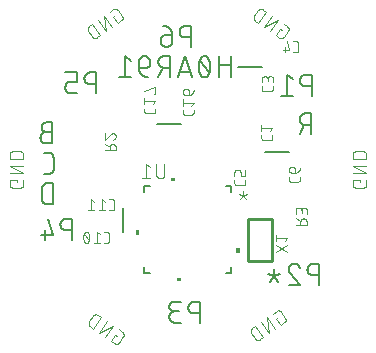
<source format=gbr>
G04 EAGLE Gerber RS-274X export*
G75*
%MOMM*%
%FSLAX34Y34*%
%LPD*%
%INSilkscreen Bottom*%
%IPPOS*%
%AMOC8*
5,1,8,0,0,1.08239X$1,22.5*%
G01*
%ADD10C,0.152400*%
%ADD11C,0.101600*%
%ADD12C,0.076200*%
%ADD13C,0.254000*%

G36*
X335479Y336298D02*
X335479Y336298D01*
X335481Y336297D01*
X335524Y336317D01*
X335568Y336335D01*
X335568Y336337D01*
X335570Y336338D01*
X335603Y336423D01*
X335603Y338963D01*
X335602Y338965D01*
X335603Y338967D01*
X335583Y339010D01*
X335565Y339054D01*
X335563Y339054D01*
X335562Y339056D01*
X335477Y339089D01*
X331667Y339089D01*
X331665Y339088D01*
X331663Y339089D01*
X331620Y339069D01*
X331576Y339051D01*
X331576Y339049D01*
X331574Y339048D01*
X331541Y338963D01*
X331541Y336423D01*
X331542Y336421D01*
X331541Y336419D01*
X331561Y336376D01*
X331579Y336332D01*
X331581Y336332D01*
X331582Y336330D01*
X331667Y336297D01*
X335477Y336297D01*
X335479Y336298D01*
G37*
G36*
X304929Y290744D02*
X304929Y290744D01*
X304931Y290743D01*
X304974Y290763D01*
X305018Y290781D01*
X305018Y290783D01*
X305020Y290784D01*
X305053Y290869D01*
X305053Y294679D01*
X305052Y294681D01*
X305053Y294683D01*
X305033Y294726D01*
X305015Y294770D01*
X305013Y294770D01*
X305012Y294772D01*
X304927Y294805D01*
X302387Y294805D01*
X302385Y294804D01*
X302383Y294805D01*
X302340Y294785D01*
X302296Y294767D01*
X302296Y294765D01*
X302294Y294764D01*
X302261Y294679D01*
X302261Y290869D01*
X302262Y290867D01*
X302261Y290865D01*
X302281Y290822D01*
X302299Y290778D01*
X302301Y290778D01*
X302302Y290776D01*
X302387Y290743D01*
X304927Y290743D01*
X304929Y290744D01*
G37*
G36*
X389765Y275741D02*
X389765Y275741D01*
X389767Y275740D01*
X389810Y275760D01*
X389854Y275778D01*
X389854Y275780D01*
X389856Y275781D01*
X389889Y275866D01*
X389889Y279676D01*
X389888Y279678D01*
X389889Y279680D01*
X389869Y279723D01*
X389851Y279767D01*
X389849Y279767D01*
X389848Y279769D01*
X389763Y279802D01*
X387223Y279802D01*
X387221Y279801D01*
X387219Y279802D01*
X387176Y279782D01*
X387132Y279764D01*
X387132Y279762D01*
X387130Y279761D01*
X387097Y279676D01*
X387097Y275866D01*
X387098Y275864D01*
X387097Y275862D01*
X387117Y275819D01*
X387135Y275775D01*
X387137Y275775D01*
X387138Y275773D01*
X387223Y275740D01*
X389763Y275740D01*
X389765Y275741D01*
G37*
G36*
X340480Y251462D02*
X340480Y251462D01*
X340482Y251461D01*
X340525Y251481D01*
X340569Y251499D01*
X340569Y251501D01*
X340571Y251502D01*
X340604Y251587D01*
X340604Y254127D01*
X340603Y254129D01*
X340604Y254131D01*
X340584Y254174D01*
X340566Y254218D01*
X340564Y254218D01*
X340563Y254220D01*
X340478Y254253D01*
X336668Y254253D01*
X336666Y254252D01*
X336664Y254253D01*
X336621Y254233D01*
X336577Y254215D01*
X336577Y254213D01*
X336575Y254212D01*
X336542Y254127D01*
X336542Y251587D01*
X336543Y251585D01*
X336542Y251583D01*
X336562Y251540D01*
X336580Y251496D01*
X336582Y251496D01*
X336583Y251494D01*
X336668Y251461D01*
X340478Y251461D01*
X340480Y251462D01*
G37*
D10*
X231196Y378023D02*
X226257Y378023D01*
X226117Y378021D01*
X225978Y378015D01*
X225838Y378005D01*
X225699Y377991D01*
X225560Y377974D01*
X225422Y377952D01*
X225285Y377926D01*
X225148Y377897D01*
X225012Y377864D01*
X224878Y377827D01*
X224744Y377786D01*
X224612Y377741D01*
X224480Y377692D01*
X224351Y377640D01*
X224223Y377585D01*
X224096Y377525D01*
X223971Y377462D01*
X223848Y377396D01*
X223727Y377326D01*
X223608Y377253D01*
X223491Y377176D01*
X223377Y377096D01*
X223264Y377013D01*
X223154Y376927D01*
X223047Y376837D01*
X222942Y376745D01*
X222840Y376650D01*
X222740Y376552D01*
X222643Y376451D01*
X222549Y376347D01*
X222459Y376241D01*
X222371Y376132D01*
X222286Y376021D01*
X222205Y375907D01*
X222126Y375792D01*
X222051Y375674D01*
X221980Y375554D01*
X221912Y375431D01*
X221847Y375308D01*
X221786Y375182D01*
X221728Y375054D01*
X221674Y374926D01*
X221624Y374795D01*
X221577Y374663D01*
X221534Y374530D01*
X221495Y374396D01*
X221460Y374261D01*
X221429Y374125D01*
X221401Y373987D01*
X221378Y373850D01*
X221358Y373711D01*
X221342Y373572D01*
X221330Y373433D01*
X221322Y373294D01*
X221318Y373154D01*
X221318Y373014D01*
X221322Y372874D01*
X221330Y372735D01*
X221342Y372596D01*
X221358Y372457D01*
X221378Y372318D01*
X221401Y372181D01*
X221429Y372043D01*
X221460Y371907D01*
X221495Y371772D01*
X221534Y371638D01*
X221577Y371505D01*
X221624Y371373D01*
X221674Y371242D01*
X221728Y371114D01*
X221786Y370986D01*
X221847Y370860D01*
X221912Y370737D01*
X221980Y370615D01*
X222051Y370494D01*
X222126Y370376D01*
X222205Y370261D01*
X222286Y370147D01*
X222371Y370036D01*
X222459Y369927D01*
X222549Y369821D01*
X222643Y369717D01*
X222740Y369616D01*
X222840Y369518D01*
X222942Y369423D01*
X223047Y369331D01*
X223154Y369241D01*
X223264Y369155D01*
X223377Y369072D01*
X223491Y368992D01*
X223608Y368915D01*
X223727Y368842D01*
X223848Y368772D01*
X223971Y368706D01*
X224096Y368643D01*
X224223Y368583D01*
X224351Y368528D01*
X224480Y368476D01*
X224612Y368427D01*
X224744Y368382D01*
X224878Y368341D01*
X225012Y368304D01*
X225148Y368271D01*
X225285Y368242D01*
X225422Y368216D01*
X225560Y368194D01*
X225699Y368177D01*
X225838Y368163D01*
X225978Y368153D01*
X226117Y368147D01*
X226257Y368145D01*
X231196Y368145D01*
X231196Y385925D01*
X226257Y385925D01*
X226133Y385923D01*
X226009Y385917D01*
X225885Y385907D01*
X225762Y385894D01*
X225639Y385876D01*
X225517Y385855D01*
X225395Y385830D01*
X225274Y385801D01*
X225155Y385768D01*
X225036Y385732D01*
X224919Y385691D01*
X224803Y385648D01*
X224688Y385600D01*
X224575Y385549D01*
X224463Y385494D01*
X224354Y385436D01*
X224246Y385375D01*
X224140Y385310D01*
X224036Y385242D01*
X223935Y385170D01*
X223835Y385096D01*
X223739Y385018D01*
X223644Y384938D01*
X223552Y384854D01*
X223463Y384768D01*
X223377Y384679D01*
X223293Y384587D01*
X223213Y384492D01*
X223135Y384396D01*
X223061Y384296D01*
X222989Y384195D01*
X222921Y384091D01*
X222856Y383985D01*
X222795Y383877D01*
X222737Y383768D01*
X222682Y383656D01*
X222631Y383543D01*
X222583Y383428D01*
X222540Y383312D01*
X222499Y383195D01*
X222463Y383076D01*
X222430Y382957D01*
X222401Y382836D01*
X222376Y382714D01*
X222355Y382592D01*
X222337Y382469D01*
X222324Y382346D01*
X222314Y382222D01*
X222308Y382098D01*
X222306Y381974D01*
X222308Y381850D01*
X222314Y381726D01*
X222324Y381602D01*
X222337Y381479D01*
X222355Y381356D01*
X222376Y381234D01*
X222401Y381112D01*
X222430Y380991D01*
X222463Y380872D01*
X222499Y380753D01*
X222540Y380636D01*
X222583Y380520D01*
X222631Y380405D01*
X222682Y380292D01*
X222737Y380180D01*
X222795Y380071D01*
X222856Y379963D01*
X222921Y379857D01*
X222989Y379753D01*
X223061Y379652D01*
X223135Y379552D01*
X223213Y379456D01*
X223293Y379361D01*
X223377Y379269D01*
X223463Y379180D01*
X223552Y379094D01*
X223644Y379010D01*
X223739Y378930D01*
X223835Y378852D01*
X223935Y378778D01*
X224036Y378706D01*
X224140Y378638D01*
X224246Y378573D01*
X224354Y378512D01*
X224463Y378454D01*
X224575Y378399D01*
X224688Y378348D01*
X224803Y378300D01*
X224919Y378257D01*
X225036Y378216D01*
X225155Y378180D01*
X225274Y378147D01*
X225395Y378118D01*
X225517Y378093D01*
X225639Y378072D01*
X225762Y378054D01*
X225885Y378041D01*
X226009Y378031D01*
X226133Y378025D01*
X226257Y378023D01*
X450537Y375940D02*
X450537Y393720D01*
X445598Y393720D01*
X445458Y393718D01*
X445319Y393712D01*
X445179Y393702D01*
X445040Y393688D01*
X444901Y393671D01*
X444763Y393649D01*
X444626Y393623D01*
X444489Y393594D01*
X444353Y393561D01*
X444219Y393524D01*
X444085Y393483D01*
X443953Y393438D01*
X443821Y393389D01*
X443692Y393337D01*
X443564Y393282D01*
X443437Y393222D01*
X443312Y393159D01*
X443189Y393093D01*
X443068Y393023D01*
X442949Y392950D01*
X442832Y392873D01*
X442718Y392793D01*
X442605Y392710D01*
X442495Y392624D01*
X442388Y392534D01*
X442283Y392442D01*
X442181Y392347D01*
X442081Y392249D01*
X441984Y392148D01*
X441890Y392044D01*
X441800Y391938D01*
X441712Y391829D01*
X441627Y391718D01*
X441546Y391604D01*
X441467Y391489D01*
X441392Y391371D01*
X441321Y391251D01*
X441253Y391128D01*
X441188Y391005D01*
X441127Y390879D01*
X441069Y390751D01*
X441015Y390623D01*
X440965Y390492D01*
X440918Y390360D01*
X440875Y390227D01*
X440836Y390093D01*
X440801Y389958D01*
X440770Y389822D01*
X440742Y389684D01*
X440719Y389547D01*
X440699Y389408D01*
X440683Y389269D01*
X440671Y389130D01*
X440663Y388991D01*
X440659Y388851D01*
X440659Y388711D01*
X440663Y388571D01*
X440671Y388432D01*
X440683Y388293D01*
X440699Y388154D01*
X440719Y388015D01*
X440742Y387878D01*
X440770Y387740D01*
X440801Y387604D01*
X440836Y387469D01*
X440875Y387335D01*
X440918Y387202D01*
X440965Y387070D01*
X441015Y386939D01*
X441069Y386811D01*
X441127Y386683D01*
X441188Y386557D01*
X441253Y386434D01*
X441321Y386312D01*
X441392Y386191D01*
X441467Y386073D01*
X441546Y385958D01*
X441627Y385844D01*
X441712Y385733D01*
X441800Y385624D01*
X441890Y385518D01*
X441984Y385414D01*
X442081Y385313D01*
X442181Y385215D01*
X442283Y385120D01*
X442388Y385028D01*
X442495Y384938D01*
X442605Y384852D01*
X442718Y384769D01*
X442832Y384689D01*
X442949Y384612D01*
X443068Y384539D01*
X443189Y384469D01*
X443312Y384403D01*
X443437Y384340D01*
X443564Y384280D01*
X443692Y384225D01*
X443821Y384173D01*
X443953Y384124D01*
X444085Y384079D01*
X444219Y384038D01*
X444353Y384001D01*
X444489Y383968D01*
X444626Y383939D01*
X444763Y383913D01*
X444901Y383891D01*
X445040Y383874D01*
X445179Y383860D01*
X445319Y383850D01*
X445458Y383844D01*
X445598Y383842D01*
X445598Y383843D02*
X450537Y383843D01*
X444611Y383843D02*
X440660Y375940D01*
X232120Y334505D02*
X232120Y316725D01*
X232120Y334505D02*
X227182Y334505D01*
X227043Y334503D01*
X226905Y334497D01*
X226767Y334488D01*
X226629Y334474D01*
X226492Y334457D01*
X226355Y334435D01*
X226218Y334410D01*
X226083Y334381D01*
X225948Y334348D01*
X225815Y334312D01*
X225682Y334272D01*
X225551Y334228D01*
X225421Y334180D01*
X225292Y334129D01*
X225165Y334074D01*
X225039Y334016D01*
X224915Y333954D01*
X224793Y333889D01*
X224673Y333820D01*
X224554Y333748D01*
X224438Y333673D01*
X224324Y333594D01*
X224212Y333512D01*
X224103Y333427D01*
X223995Y333340D01*
X223891Y333249D01*
X223789Y333155D01*
X223690Y333058D01*
X223593Y332959D01*
X223499Y332857D01*
X223408Y332753D01*
X223321Y332645D01*
X223236Y332536D01*
X223154Y332424D01*
X223075Y332310D01*
X223000Y332194D01*
X222928Y332075D01*
X222859Y331955D01*
X222794Y331833D01*
X222732Y331709D01*
X222674Y331583D01*
X222619Y331456D01*
X222568Y331327D01*
X222520Y331197D01*
X222476Y331066D01*
X222436Y330933D01*
X222400Y330800D01*
X222367Y330665D01*
X222338Y330530D01*
X222313Y330393D01*
X222291Y330256D01*
X222274Y330119D01*
X222260Y329981D01*
X222251Y329843D01*
X222245Y329705D01*
X222243Y329566D01*
X222243Y321664D01*
X222245Y321525D01*
X222251Y321387D01*
X222260Y321249D01*
X222274Y321111D01*
X222291Y320974D01*
X222313Y320837D01*
X222338Y320700D01*
X222367Y320565D01*
X222400Y320430D01*
X222436Y320297D01*
X222476Y320164D01*
X222520Y320033D01*
X222568Y319903D01*
X222619Y319774D01*
X222674Y319647D01*
X222732Y319521D01*
X222794Y319397D01*
X222859Y319275D01*
X222928Y319155D01*
X223000Y319036D01*
X223075Y318920D01*
X223154Y318806D01*
X223236Y318694D01*
X223321Y318585D01*
X223408Y318477D01*
X223499Y318373D01*
X223593Y318271D01*
X223690Y318172D01*
X223789Y318075D01*
X223891Y317981D01*
X223995Y317890D01*
X224103Y317803D01*
X224212Y317718D01*
X224324Y317636D01*
X224438Y317557D01*
X224554Y317482D01*
X224673Y317410D01*
X224793Y317341D01*
X224915Y317276D01*
X225039Y317214D01*
X225165Y317156D01*
X225292Y317101D01*
X225421Y317050D01*
X225551Y317002D01*
X225682Y316958D01*
X225815Y316918D01*
X225948Y316882D01*
X226083Y316849D01*
X226218Y316820D01*
X226355Y316795D01*
X226492Y316773D01*
X226629Y316756D01*
X226767Y316742D01*
X226905Y316733D01*
X227043Y316727D01*
X227182Y316725D01*
X232120Y316725D01*
X228451Y342603D02*
X224500Y342603D01*
X228451Y342603D02*
X228575Y342605D01*
X228699Y342611D01*
X228823Y342621D01*
X228946Y342634D01*
X229069Y342652D01*
X229191Y342673D01*
X229313Y342698D01*
X229434Y342727D01*
X229553Y342760D01*
X229672Y342796D01*
X229789Y342837D01*
X229905Y342880D01*
X230020Y342928D01*
X230133Y342979D01*
X230245Y343034D01*
X230354Y343092D01*
X230462Y343153D01*
X230568Y343218D01*
X230672Y343286D01*
X230773Y343358D01*
X230873Y343432D01*
X230969Y343510D01*
X231064Y343590D01*
X231156Y343674D01*
X231245Y343760D01*
X231331Y343849D01*
X231415Y343941D01*
X231495Y344036D01*
X231573Y344132D01*
X231647Y344232D01*
X231719Y344333D01*
X231787Y344437D01*
X231852Y344543D01*
X231913Y344651D01*
X231971Y344760D01*
X232026Y344872D01*
X232077Y344985D01*
X232125Y345100D01*
X232168Y345216D01*
X232209Y345333D01*
X232245Y345452D01*
X232278Y345571D01*
X232307Y345692D01*
X232332Y345814D01*
X232353Y345936D01*
X232371Y346059D01*
X232384Y346182D01*
X232394Y346306D01*
X232400Y346430D01*
X232402Y346554D01*
X232402Y356432D01*
X232400Y356556D01*
X232394Y356680D01*
X232384Y356804D01*
X232371Y356927D01*
X232353Y357050D01*
X232332Y357172D01*
X232307Y357294D01*
X232278Y357415D01*
X232245Y357534D01*
X232209Y357653D01*
X232168Y357770D01*
X232125Y357886D01*
X232077Y358001D01*
X232026Y358114D01*
X231971Y358226D01*
X231913Y358335D01*
X231852Y358443D01*
X231787Y358549D01*
X231719Y358653D01*
X231647Y358754D01*
X231573Y358854D01*
X231495Y358950D01*
X231415Y359045D01*
X231331Y359137D01*
X231245Y359226D01*
X231156Y359312D01*
X231064Y359396D01*
X230969Y359476D01*
X230873Y359554D01*
X230773Y359628D01*
X230672Y359700D01*
X230568Y359768D01*
X230462Y359833D01*
X230354Y359894D01*
X230245Y359952D01*
X230133Y360007D01*
X230020Y360058D01*
X229906Y360106D01*
X229789Y360149D01*
X229672Y360190D01*
X229553Y360226D01*
X229434Y360259D01*
X229313Y360288D01*
X229191Y360313D01*
X229069Y360334D01*
X228946Y360352D01*
X228823Y360365D01*
X228699Y360375D01*
X228575Y360381D01*
X228451Y360383D01*
X224500Y360383D01*
D11*
X492049Y337254D02*
X492049Y335306D01*
X492049Y337254D02*
X485558Y337254D01*
X485558Y333359D01*
X485560Y333260D01*
X485566Y333160D01*
X485575Y333061D01*
X485588Y332963D01*
X485605Y332865D01*
X485626Y332767D01*
X485651Y332671D01*
X485679Y332576D01*
X485711Y332482D01*
X485746Y332389D01*
X485785Y332297D01*
X485828Y332207D01*
X485873Y332119D01*
X485923Y332032D01*
X485975Y331948D01*
X486031Y331865D01*
X486089Y331785D01*
X486151Y331707D01*
X486216Y331632D01*
X486284Y331559D01*
X486354Y331489D01*
X486427Y331421D01*
X486502Y331356D01*
X486580Y331294D01*
X486660Y331236D01*
X486743Y331180D01*
X486827Y331128D01*
X486914Y331078D01*
X487002Y331033D01*
X487092Y330990D01*
X487184Y330951D01*
X487277Y330916D01*
X487371Y330884D01*
X487466Y330856D01*
X487562Y330831D01*
X487660Y330810D01*
X487758Y330793D01*
X487856Y330780D01*
X487955Y330771D01*
X488055Y330765D01*
X488154Y330763D01*
X494646Y330763D01*
X494745Y330765D01*
X494845Y330771D01*
X494944Y330780D01*
X495042Y330793D01*
X495140Y330810D01*
X495238Y330831D01*
X495334Y330856D01*
X495429Y330884D01*
X495523Y330916D01*
X495616Y330951D01*
X495708Y330990D01*
X495798Y331033D01*
X495886Y331078D01*
X495973Y331128D01*
X496057Y331180D01*
X496140Y331236D01*
X496220Y331294D01*
X496298Y331356D01*
X496373Y331421D01*
X496446Y331489D01*
X496516Y331559D01*
X496584Y331632D01*
X496649Y331707D01*
X496711Y331785D01*
X496769Y331865D01*
X496825Y331948D01*
X496877Y332032D01*
X496927Y332119D01*
X496972Y332207D01*
X497015Y332297D01*
X497054Y332389D01*
X497089Y332481D01*
X497121Y332576D01*
X497149Y332671D01*
X497174Y332767D01*
X497195Y332865D01*
X497212Y332963D01*
X497225Y333061D01*
X497234Y333160D01*
X497240Y333260D01*
X497242Y333359D01*
X497242Y337254D01*
X497242Y342954D02*
X485558Y342954D01*
X485558Y349446D02*
X497242Y342954D01*
X497242Y349446D02*
X485558Y349446D01*
X485558Y355146D02*
X497242Y355146D01*
X497242Y358392D01*
X497240Y358505D01*
X497234Y358618D01*
X497224Y358731D01*
X497210Y358844D01*
X497193Y358956D01*
X497171Y359067D01*
X497146Y359177D01*
X497116Y359287D01*
X497083Y359395D01*
X497046Y359502D01*
X497006Y359608D01*
X496961Y359712D01*
X496913Y359815D01*
X496862Y359916D01*
X496807Y360015D01*
X496749Y360112D01*
X496687Y360207D01*
X496622Y360300D01*
X496554Y360390D01*
X496483Y360478D01*
X496408Y360564D01*
X496331Y360647D01*
X496251Y360727D01*
X496168Y360804D01*
X496082Y360879D01*
X495994Y360950D01*
X495904Y361018D01*
X495811Y361083D01*
X495716Y361145D01*
X495619Y361203D01*
X495520Y361258D01*
X495419Y361309D01*
X495316Y361357D01*
X495212Y361402D01*
X495106Y361442D01*
X494999Y361479D01*
X494891Y361512D01*
X494781Y361542D01*
X494671Y361567D01*
X494560Y361589D01*
X494448Y361606D01*
X494335Y361620D01*
X494222Y361630D01*
X494109Y361636D01*
X493996Y361638D01*
X488804Y361638D01*
X488691Y361636D01*
X488578Y361630D01*
X488465Y361620D01*
X488352Y361606D01*
X488240Y361589D01*
X488129Y361567D01*
X488019Y361542D01*
X487909Y361512D01*
X487801Y361479D01*
X487694Y361442D01*
X487588Y361402D01*
X487484Y361357D01*
X487381Y361309D01*
X487280Y361258D01*
X487181Y361203D01*
X487084Y361145D01*
X486989Y361083D01*
X486896Y361018D01*
X486806Y360950D01*
X486718Y360879D01*
X486632Y360804D01*
X486549Y360727D01*
X486469Y360647D01*
X486392Y360564D01*
X486317Y360478D01*
X486246Y360390D01*
X486178Y360300D01*
X486113Y360207D01*
X486051Y360112D01*
X485993Y360015D01*
X485938Y359916D01*
X485887Y359815D01*
X485839Y359712D01*
X485794Y359608D01*
X485754Y359502D01*
X485717Y359395D01*
X485684Y359287D01*
X485654Y359177D01*
X485629Y359067D01*
X485607Y358956D01*
X485590Y358844D01*
X485576Y358731D01*
X485566Y358618D01*
X485560Y358505D01*
X485558Y358392D01*
X485558Y355146D01*
X422589Y220930D02*
X420994Y219813D01*
X424717Y214496D01*
X427907Y216730D01*
X427987Y216789D01*
X428065Y216851D01*
X428141Y216915D01*
X428214Y216983D01*
X428285Y217053D01*
X428352Y217126D01*
X428417Y217201D01*
X428479Y217279D01*
X428538Y217359D01*
X428594Y217441D01*
X428647Y217526D01*
X428696Y217612D01*
X428742Y217700D01*
X428785Y217790D01*
X428824Y217881D01*
X428859Y217974D01*
X428891Y218068D01*
X428920Y218164D01*
X428944Y218260D01*
X428965Y218357D01*
X428983Y218455D01*
X428996Y218554D01*
X429006Y218653D01*
X429012Y218752D01*
X429014Y218851D01*
X429012Y218951D01*
X429007Y219050D01*
X428997Y219149D01*
X428984Y219248D01*
X428968Y219346D01*
X428947Y219443D01*
X428923Y219540D01*
X428895Y219635D01*
X428863Y219729D01*
X428828Y219822D01*
X428789Y219914D01*
X428747Y220004D01*
X428701Y220092D01*
X428652Y220179D01*
X428600Y220263D01*
X428545Y220346D01*
X424822Y225663D01*
X424763Y225743D01*
X424701Y225821D01*
X424637Y225897D01*
X424569Y225970D01*
X424499Y226041D01*
X424426Y226108D01*
X424351Y226173D01*
X424273Y226235D01*
X424193Y226294D01*
X424111Y226350D01*
X424026Y226403D01*
X423940Y226452D01*
X423852Y226498D01*
X423762Y226541D01*
X423671Y226580D01*
X423578Y226615D01*
X423484Y226647D01*
X423388Y226676D01*
X423292Y226700D01*
X423195Y226721D01*
X423097Y226739D01*
X422998Y226752D01*
X422899Y226762D01*
X422800Y226768D01*
X422701Y226770D01*
X422601Y226768D01*
X422502Y226763D01*
X422403Y226754D01*
X422304Y226740D01*
X422206Y226724D01*
X422109Y226703D01*
X422012Y226679D01*
X421917Y226651D01*
X421823Y226619D01*
X421730Y226584D01*
X421638Y226545D01*
X421548Y226503D01*
X421460Y226457D01*
X421373Y226408D01*
X421289Y226356D01*
X421206Y226301D01*
X421205Y226301D02*
X418015Y224067D01*
X413345Y220797D02*
X420047Y211226D01*
X414730Y207503D02*
X413345Y220797D01*
X408028Y217074D02*
X414730Y207503D01*
X410060Y204233D02*
X403358Y213804D01*
X400700Y211942D01*
X400699Y211943D02*
X400608Y211876D01*
X400518Y211807D01*
X400431Y211734D01*
X400347Y211658D01*
X400266Y211579D01*
X400187Y211498D01*
X400111Y211414D01*
X400038Y211327D01*
X399969Y211238D01*
X399902Y211146D01*
X399839Y211052D01*
X399779Y210956D01*
X399722Y210858D01*
X399669Y210758D01*
X399619Y210656D01*
X399573Y210552D01*
X399531Y210447D01*
X399492Y210341D01*
X399457Y210233D01*
X399426Y210124D01*
X399398Y210014D01*
X399375Y209903D01*
X399355Y209792D01*
X399339Y209680D01*
X399327Y209567D01*
X399319Y209454D01*
X399315Y209341D01*
X399315Y209227D01*
X399319Y209114D01*
X399327Y209001D01*
X399339Y208888D01*
X399355Y208776D01*
X399375Y208665D01*
X399398Y208554D01*
X399426Y208444D01*
X399457Y208335D01*
X399492Y208227D01*
X399531Y208121D01*
X399573Y208016D01*
X399619Y207912D01*
X399669Y207810D01*
X399722Y207710D01*
X399779Y207612D01*
X399839Y207516D01*
X399902Y207422D01*
X399903Y207422D02*
X402881Y203168D01*
X402948Y203077D01*
X403017Y202987D01*
X403090Y202900D01*
X403166Y202816D01*
X403245Y202735D01*
X403326Y202656D01*
X403410Y202580D01*
X403497Y202507D01*
X403587Y202438D01*
X403678Y202371D01*
X403772Y202308D01*
X403868Y202248D01*
X403966Y202191D01*
X404066Y202138D01*
X404168Y202088D01*
X404272Y202042D01*
X404377Y202000D01*
X404483Y201961D01*
X404591Y201926D01*
X404700Y201895D01*
X404810Y201867D01*
X404921Y201844D01*
X405032Y201824D01*
X405144Y201808D01*
X405257Y201796D01*
X405370Y201788D01*
X405483Y201784D01*
X405597Y201784D01*
X405710Y201788D01*
X405823Y201796D01*
X405936Y201808D01*
X406048Y201824D01*
X406159Y201844D01*
X406270Y201867D01*
X406380Y201895D01*
X406489Y201926D01*
X406597Y201961D01*
X406703Y202000D01*
X406808Y202042D01*
X406912Y202088D01*
X407014Y202138D01*
X407114Y202191D01*
X407212Y202248D01*
X407308Y202308D01*
X407402Y202371D01*
X407401Y202371D02*
X410060Y204233D01*
X286071Y205258D02*
X284476Y206375D01*
X280753Y201058D01*
X283943Y198824D01*
X284026Y198769D01*
X284110Y198717D01*
X284197Y198668D01*
X284285Y198622D01*
X284375Y198580D01*
X284467Y198541D01*
X284560Y198506D01*
X284654Y198474D01*
X284749Y198446D01*
X284846Y198422D01*
X284943Y198401D01*
X285041Y198385D01*
X285140Y198371D01*
X285239Y198362D01*
X285338Y198357D01*
X285438Y198355D01*
X285537Y198357D01*
X285636Y198363D01*
X285735Y198373D01*
X285834Y198386D01*
X285932Y198404D01*
X286029Y198425D01*
X286125Y198449D01*
X286221Y198478D01*
X286315Y198510D01*
X286408Y198545D01*
X286499Y198584D01*
X286589Y198627D01*
X286677Y198673D01*
X286763Y198722D01*
X286848Y198775D01*
X286930Y198831D01*
X287010Y198890D01*
X287088Y198952D01*
X287163Y199017D01*
X287236Y199084D01*
X287306Y199155D01*
X287374Y199228D01*
X287438Y199304D01*
X287500Y199382D01*
X287559Y199462D01*
X291282Y204779D01*
X291337Y204862D01*
X291389Y204946D01*
X291438Y205033D01*
X291484Y205121D01*
X291526Y205211D01*
X291565Y205303D01*
X291600Y205396D01*
X291632Y205490D01*
X291660Y205585D01*
X291684Y205682D01*
X291705Y205779D01*
X291721Y205877D01*
X291735Y205976D01*
X291744Y206075D01*
X291749Y206174D01*
X291751Y206274D01*
X291749Y206373D01*
X291743Y206472D01*
X291733Y206571D01*
X291720Y206670D01*
X291702Y206768D01*
X291681Y206865D01*
X291657Y206961D01*
X291628Y207057D01*
X291596Y207151D01*
X291561Y207244D01*
X291522Y207335D01*
X291479Y207425D01*
X291433Y207513D01*
X291384Y207599D01*
X291331Y207684D01*
X291275Y207766D01*
X291216Y207846D01*
X291154Y207924D01*
X291089Y207999D01*
X291022Y208072D01*
X290951Y208142D01*
X290878Y208210D01*
X290802Y208274D01*
X290724Y208336D01*
X290644Y208395D01*
X290645Y208395D02*
X287454Y210629D01*
X282785Y213899D02*
X276083Y204328D01*
X270766Y208051D02*
X282785Y213899D01*
X277467Y217622D02*
X270766Y208051D01*
X266096Y211321D02*
X272797Y220892D01*
X270139Y222753D01*
X270139Y222754D02*
X270045Y222817D01*
X269949Y222877D01*
X269851Y222934D01*
X269751Y222987D01*
X269649Y223037D01*
X269545Y223083D01*
X269440Y223125D01*
X269334Y223164D01*
X269226Y223199D01*
X269117Y223230D01*
X269007Y223258D01*
X268896Y223281D01*
X268785Y223301D01*
X268673Y223317D01*
X268560Y223329D01*
X268447Y223337D01*
X268334Y223341D01*
X268220Y223341D01*
X268107Y223337D01*
X267994Y223329D01*
X267881Y223317D01*
X267769Y223301D01*
X267658Y223281D01*
X267547Y223258D01*
X267437Y223230D01*
X267328Y223199D01*
X267220Y223164D01*
X267114Y223125D01*
X267009Y223083D01*
X266905Y223037D01*
X266803Y222987D01*
X266703Y222934D01*
X266605Y222877D01*
X266509Y222817D01*
X266415Y222754D01*
X266324Y222687D01*
X266234Y222618D01*
X266147Y222545D01*
X266063Y222469D01*
X265982Y222390D01*
X265903Y222309D01*
X265827Y222225D01*
X265754Y222138D01*
X265685Y222049D01*
X265618Y221957D01*
X265619Y221956D02*
X262640Y217703D01*
X262577Y217609D01*
X262517Y217513D01*
X262460Y217415D01*
X262407Y217315D01*
X262357Y217213D01*
X262311Y217109D01*
X262269Y217004D01*
X262230Y216898D01*
X262195Y216790D01*
X262164Y216681D01*
X262136Y216571D01*
X262113Y216460D01*
X262093Y216349D01*
X262077Y216237D01*
X262065Y216124D01*
X262057Y216011D01*
X262053Y215898D01*
X262053Y215784D01*
X262057Y215671D01*
X262065Y215558D01*
X262077Y215445D01*
X262093Y215333D01*
X262113Y215222D01*
X262136Y215111D01*
X262164Y215001D01*
X262195Y214892D01*
X262230Y214784D01*
X262269Y214678D01*
X262311Y214573D01*
X262357Y214469D01*
X262407Y214367D01*
X262460Y214267D01*
X262517Y214169D01*
X262577Y214073D01*
X262640Y213979D01*
X262707Y213887D01*
X262776Y213798D01*
X262849Y213711D01*
X262925Y213627D01*
X263004Y213546D01*
X263085Y213467D01*
X263169Y213391D01*
X263256Y213318D01*
X263346Y213249D01*
X263437Y213182D01*
X266096Y211321D01*
X201649Y335306D02*
X201649Y337254D01*
X195158Y337254D01*
X195158Y333359D01*
X195160Y333260D01*
X195166Y333160D01*
X195175Y333061D01*
X195188Y332963D01*
X195205Y332865D01*
X195226Y332767D01*
X195251Y332671D01*
X195279Y332576D01*
X195311Y332482D01*
X195346Y332389D01*
X195385Y332297D01*
X195428Y332207D01*
X195473Y332119D01*
X195523Y332032D01*
X195575Y331948D01*
X195631Y331865D01*
X195689Y331785D01*
X195751Y331707D01*
X195816Y331632D01*
X195884Y331559D01*
X195954Y331489D01*
X196027Y331421D01*
X196102Y331356D01*
X196180Y331294D01*
X196260Y331236D01*
X196343Y331180D01*
X196427Y331128D01*
X196514Y331078D01*
X196602Y331033D01*
X196692Y330990D01*
X196784Y330951D01*
X196877Y330916D01*
X196971Y330884D01*
X197066Y330856D01*
X197162Y330831D01*
X197260Y330810D01*
X197358Y330793D01*
X197456Y330780D01*
X197555Y330771D01*
X197655Y330765D01*
X197754Y330763D01*
X204246Y330763D01*
X204345Y330765D01*
X204445Y330771D01*
X204544Y330780D01*
X204642Y330793D01*
X204740Y330810D01*
X204838Y330831D01*
X204934Y330856D01*
X205029Y330884D01*
X205123Y330916D01*
X205216Y330951D01*
X205308Y330990D01*
X205398Y331033D01*
X205486Y331078D01*
X205573Y331128D01*
X205657Y331180D01*
X205740Y331236D01*
X205820Y331294D01*
X205898Y331356D01*
X205973Y331421D01*
X206046Y331489D01*
X206116Y331559D01*
X206184Y331632D01*
X206249Y331707D01*
X206311Y331785D01*
X206369Y331865D01*
X206425Y331948D01*
X206477Y332032D01*
X206527Y332119D01*
X206572Y332207D01*
X206615Y332297D01*
X206654Y332389D01*
X206689Y332481D01*
X206721Y332576D01*
X206749Y332671D01*
X206774Y332767D01*
X206795Y332865D01*
X206812Y332963D01*
X206825Y333061D01*
X206834Y333160D01*
X206840Y333260D01*
X206842Y333359D01*
X206842Y337254D01*
X206842Y342954D02*
X195158Y342954D01*
X195158Y349446D02*
X206842Y342954D01*
X206842Y349446D02*
X195158Y349446D01*
X195158Y355146D02*
X206842Y355146D01*
X206842Y358392D01*
X206840Y358505D01*
X206834Y358618D01*
X206824Y358731D01*
X206810Y358844D01*
X206793Y358956D01*
X206771Y359067D01*
X206746Y359177D01*
X206716Y359287D01*
X206683Y359395D01*
X206646Y359502D01*
X206606Y359608D01*
X206561Y359712D01*
X206513Y359815D01*
X206462Y359916D01*
X206407Y360015D01*
X206349Y360112D01*
X206287Y360207D01*
X206222Y360300D01*
X206154Y360390D01*
X206083Y360478D01*
X206008Y360564D01*
X205931Y360647D01*
X205851Y360727D01*
X205768Y360804D01*
X205682Y360879D01*
X205594Y360950D01*
X205504Y361018D01*
X205411Y361083D01*
X205316Y361145D01*
X205219Y361203D01*
X205120Y361258D01*
X205019Y361309D01*
X204916Y361357D01*
X204812Y361402D01*
X204706Y361442D01*
X204599Y361479D01*
X204491Y361512D01*
X204381Y361542D01*
X204271Y361567D01*
X204160Y361589D01*
X204048Y361606D01*
X203935Y361620D01*
X203822Y361630D01*
X203709Y361636D01*
X203596Y361638D01*
X198404Y361638D01*
X198291Y361636D01*
X198178Y361630D01*
X198065Y361620D01*
X197952Y361606D01*
X197840Y361589D01*
X197729Y361567D01*
X197619Y361542D01*
X197509Y361512D01*
X197401Y361479D01*
X197294Y361442D01*
X197188Y361402D01*
X197084Y361357D01*
X196981Y361309D01*
X196880Y361258D01*
X196781Y361203D01*
X196684Y361145D01*
X196589Y361083D01*
X196496Y361018D01*
X196406Y360950D01*
X196318Y360879D01*
X196232Y360804D01*
X196149Y360727D01*
X196069Y360647D01*
X195992Y360564D01*
X195917Y360478D01*
X195846Y360390D01*
X195778Y360300D01*
X195713Y360207D01*
X195651Y360112D01*
X195593Y360015D01*
X195538Y359916D01*
X195487Y359815D01*
X195439Y359712D01*
X195394Y359608D01*
X195354Y359502D01*
X195317Y359395D01*
X195284Y359287D01*
X195254Y359177D01*
X195229Y359067D01*
X195207Y358956D01*
X195190Y358844D01*
X195176Y358731D01*
X195166Y358618D01*
X195160Y358505D01*
X195158Y358392D01*
X195158Y355146D01*
D10*
X450869Y408715D02*
X450869Y426495D01*
X445930Y426495D01*
X445790Y426493D01*
X445651Y426487D01*
X445511Y426477D01*
X445372Y426463D01*
X445233Y426446D01*
X445095Y426424D01*
X444958Y426398D01*
X444821Y426369D01*
X444685Y426336D01*
X444551Y426299D01*
X444417Y426258D01*
X444285Y426213D01*
X444153Y426164D01*
X444024Y426112D01*
X443896Y426057D01*
X443769Y425997D01*
X443644Y425934D01*
X443521Y425868D01*
X443400Y425798D01*
X443281Y425725D01*
X443164Y425648D01*
X443050Y425568D01*
X442937Y425485D01*
X442827Y425399D01*
X442720Y425309D01*
X442615Y425217D01*
X442513Y425122D01*
X442413Y425024D01*
X442316Y424923D01*
X442222Y424819D01*
X442132Y424713D01*
X442044Y424604D01*
X441959Y424493D01*
X441878Y424379D01*
X441799Y424264D01*
X441724Y424146D01*
X441653Y424026D01*
X441585Y423903D01*
X441520Y423780D01*
X441459Y423654D01*
X441401Y423526D01*
X441347Y423398D01*
X441297Y423267D01*
X441250Y423135D01*
X441207Y423002D01*
X441168Y422868D01*
X441133Y422733D01*
X441102Y422597D01*
X441074Y422459D01*
X441051Y422322D01*
X441031Y422183D01*
X441015Y422044D01*
X441003Y421905D01*
X440995Y421766D01*
X440991Y421626D01*
X440991Y421486D01*
X440995Y421346D01*
X441003Y421207D01*
X441015Y421068D01*
X441031Y420929D01*
X441051Y420790D01*
X441074Y420653D01*
X441102Y420515D01*
X441133Y420379D01*
X441168Y420244D01*
X441207Y420110D01*
X441250Y419977D01*
X441297Y419845D01*
X441347Y419714D01*
X441401Y419586D01*
X441459Y419458D01*
X441520Y419332D01*
X441585Y419209D01*
X441653Y419087D01*
X441724Y418966D01*
X441799Y418848D01*
X441878Y418733D01*
X441959Y418619D01*
X442044Y418508D01*
X442132Y418399D01*
X442222Y418293D01*
X442316Y418189D01*
X442413Y418088D01*
X442513Y417990D01*
X442615Y417895D01*
X442720Y417803D01*
X442827Y417713D01*
X442937Y417627D01*
X443050Y417544D01*
X443164Y417464D01*
X443281Y417387D01*
X443400Y417314D01*
X443521Y417244D01*
X443644Y417178D01*
X443769Y417115D01*
X443896Y417055D01*
X444024Y417000D01*
X444153Y416948D01*
X444285Y416899D01*
X444417Y416854D01*
X444551Y416813D01*
X444685Y416776D01*
X444821Y416743D01*
X444958Y416714D01*
X445095Y416688D01*
X445233Y416666D01*
X445372Y416649D01*
X445511Y416635D01*
X445651Y416625D01*
X445790Y416619D01*
X445930Y416617D01*
X450869Y416617D01*
X434874Y422544D02*
X429935Y426495D01*
X429935Y408715D01*
X434874Y408715D02*
X424996Y408715D01*
X457268Y266489D02*
X457268Y248709D01*
X457268Y266489D02*
X452329Y266489D01*
X452189Y266487D01*
X452050Y266481D01*
X451910Y266471D01*
X451771Y266457D01*
X451632Y266440D01*
X451494Y266418D01*
X451357Y266392D01*
X451220Y266363D01*
X451084Y266330D01*
X450950Y266293D01*
X450816Y266252D01*
X450684Y266207D01*
X450552Y266158D01*
X450423Y266106D01*
X450295Y266051D01*
X450168Y265991D01*
X450043Y265928D01*
X449920Y265862D01*
X449799Y265792D01*
X449680Y265719D01*
X449563Y265642D01*
X449449Y265562D01*
X449336Y265479D01*
X449226Y265393D01*
X449119Y265303D01*
X449014Y265211D01*
X448912Y265116D01*
X448812Y265018D01*
X448715Y264917D01*
X448621Y264813D01*
X448531Y264707D01*
X448443Y264598D01*
X448358Y264487D01*
X448277Y264373D01*
X448198Y264258D01*
X448123Y264140D01*
X448052Y264020D01*
X447984Y263897D01*
X447919Y263774D01*
X447858Y263648D01*
X447800Y263520D01*
X447746Y263392D01*
X447696Y263261D01*
X447649Y263129D01*
X447606Y262996D01*
X447567Y262862D01*
X447532Y262727D01*
X447501Y262591D01*
X447473Y262453D01*
X447450Y262316D01*
X447430Y262177D01*
X447414Y262038D01*
X447402Y261899D01*
X447394Y261760D01*
X447390Y261620D01*
X447390Y261480D01*
X447394Y261340D01*
X447402Y261201D01*
X447414Y261062D01*
X447430Y260923D01*
X447450Y260784D01*
X447473Y260647D01*
X447501Y260509D01*
X447532Y260373D01*
X447567Y260238D01*
X447606Y260104D01*
X447649Y259971D01*
X447696Y259839D01*
X447746Y259708D01*
X447800Y259580D01*
X447858Y259452D01*
X447919Y259326D01*
X447984Y259203D01*
X448052Y259080D01*
X448123Y258960D01*
X448198Y258842D01*
X448277Y258727D01*
X448358Y258613D01*
X448443Y258502D01*
X448531Y258393D01*
X448621Y258287D01*
X448715Y258183D01*
X448812Y258082D01*
X448912Y257984D01*
X449014Y257889D01*
X449119Y257797D01*
X449226Y257707D01*
X449336Y257621D01*
X449449Y257538D01*
X449563Y257458D01*
X449680Y257381D01*
X449799Y257308D01*
X449920Y257238D01*
X450043Y257172D01*
X450168Y257109D01*
X450295Y257049D01*
X450423Y256994D01*
X450552Y256942D01*
X450684Y256893D01*
X450816Y256848D01*
X450950Y256807D01*
X451084Y256770D01*
X451220Y256737D01*
X451357Y256708D01*
X451494Y256682D01*
X451632Y256660D01*
X451771Y256643D01*
X451910Y256629D01*
X452050Y256619D01*
X452189Y256613D01*
X452329Y256611D01*
X457268Y256611D01*
X435841Y266489D02*
X435709Y266487D01*
X435578Y266481D01*
X435446Y266471D01*
X435315Y266458D01*
X435185Y266440D01*
X435055Y266419D01*
X434925Y266394D01*
X434797Y266365D01*
X434669Y266332D01*
X434543Y266295D01*
X434417Y266255D01*
X434293Y266211D01*
X434170Y266163D01*
X434049Y266112D01*
X433929Y266057D01*
X433811Y265999D01*
X433695Y265937D01*
X433581Y265871D01*
X433468Y265803D01*
X433358Y265731D01*
X433250Y265656D01*
X433144Y265577D01*
X433040Y265496D01*
X432939Y265411D01*
X432841Y265324D01*
X432745Y265233D01*
X432652Y265140D01*
X432561Y265044D01*
X432474Y264946D01*
X432389Y264845D01*
X432308Y264741D01*
X432229Y264635D01*
X432154Y264527D01*
X432082Y264417D01*
X432014Y264304D01*
X431948Y264190D01*
X431886Y264074D01*
X431828Y263956D01*
X431773Y263836D01*
X431722Y263715D01*
X431674Y263592D01*
X431630Y263468D01*
X431590Y263342D01*
X431553Y263216D01*
X431520Y263088D01*
X431491Y262960D01*
X431466Y262830D01*
X431445Y262700D01*
X431427Y262570D01*
X431414Y262439D01*
X431404Y262307D01*
X431398Y262176D01*
X431396Y262044D01*
X435841Y266490D02*
X435991Y266488D01*
X436140Y266482D01*
X436289Y266472D01*
X436438Y266459D01*
X436587Y266441D01*
X436735Y266420D01*
X436883Y266394D01*
X437029Y266365D01*
X437175Y266332D01*
X437320Y266295D01*
X437464Y266254D01*
X437607Y266210D01*
X437749Y266162D01*
X437889Y266110D01*
X438028Y266055D01*
X438166Y265996D01*
X438301Y265933D01*
X438436Y265867D01*
X438568Y265797D01*
X438698Y265724D01*
X438827Y265647D01*
X438954Y265567D01*
X439078Y265484D01*
X439200Y265398D01*
X439320Y265308D01*
X439437Y265215D01*
X439552Y265120D01*
X439665Y265021D01*
X439775Y264919D01*
X439882Y264815D01*
X439986Y264708D01*
X440088Y264598D01*
X440186Y264485D01*
X440282Y264370D01*
X440374Y264252D01*
X440464Y264132D01*
X440550Y264010D01*
X440633Y263886D01*
X440713Y263759D01*
X440789Y263631D01*
X440862Y263500D01*
X440932Y263367D01*
X440998Y263233D01*
X441060Y263097D01*
X441119Y262960D01*
X441175Y262821D01*
X441226Y262680D01*
X441274Y262539D01*
X432878Y258587D02*
X432782Y258680D01*
X432690Y258776D01*
X432600Y258875D01*
X432513Y258976D01*
X432429Y259079D01*
X432347Y259184D01*
X432269Y259292D01*
X432194Y259402D01*
X432121Y259514D01*
X432052Y259628D01*
X431986Y259744D01*
X431924Y259862D01*
X431865Y259981D01*
X431809Y260102D01*
X431756Y260225D01*
X431707Y260349D01*
X431662Y260474D01*
X431619Y260601D01*
X431581Y260728D01*
X431546Y260857D01*
X431515Y260986D01*
X431487Y261117D01*
X431463Y261248D01*
X431442Y261380D01*
X431426Y261512D01*
X431413Y261645D01*
X431403Y261778D01*
X431398Y261911D01*
X431396Y262044D01*
X432877Y258587D02*
X441273Y248709D01*
X431396Y248709D01*
X419026Y255624D02*
X419026Y261550D01*
X419026Y255624D02*
X415568Y251179D01*
X419026Y255624D02*
X422483Y251179D01*
X419026Y255624D02*
X413593Y257599D01*
X419026Y255624D02*
X424458Y257599D01*
X356279Y234125D02*
X356279Y216345D01*
X356279Y234125D02*
X351340Y234125D01*
X351200Y234123D01*
X351061Y234117D01*
X350921Y234107D01*
X350782Y234093D01*
X350643Y234076D01*
X350505Y234054D01*
X350368Y234028D01*
X350231Y233999D01*
X350095Y233966D01*
X349961Y233929D01*
X349827Y233888D01*
X349695Y233843D01*
X349563Y233794D01*
X349434Y233742D01*
X349306Y233687D01*
X349179Y233627D01*
X349054Y233564D01*
X348931Y233498D01*
X348810Y233428D01*
X348691Y233355D01*
X348574Y233278D01*
X348460Y233198D01*
X348347Y233115D01*
X348237Y233029D01*
X348130Y232939D01*
X348025Y232847D01*
X347923Y232752D01*
X347823Y232654D01*
X347726Y232553D01*
X347632Y232449D01*
X347542Y232343D01*
X347454Y232234D01*
X347369Y232123D01*
X347288Y232009D01*
X347209Y231894D01*
X347134Y231776D01*
X347063Y231656D01*
X346995Y231533D01*
X346930Y231410D01*
X346869Y231284D01*
X346811Y231156D01*
X346757Y231028D01*
X346707Y230897D01*
X346660Y230765D01*
X346617Y230632D01*
X346578Y230498D01*
X346543Y230363D01*
X346512Y230227D01*
X346484Y230089D01*
X346461Y229952D01*
X346441Y229813D01*
X346425Y229674D01*
X346413Y229535D01*
X346405Y229396D01*
X346401Y229256D01*
X346401Y229116D01*
X346405Y228976D01*
X346413Y228837D01*
X346425Y228698D01*
X346441Y228559D01*
X346461Y228420D01*
X346484Y228283D01*
X346512Y228145D01*
X346543Y228009D01*
X346578Y227874D01*
X346617Y227740D01*
X346660Y227607D01*
X346707Y227475D01*
X346757Y227344D01*
X346811Y227216D01*
X346869Y227088D01*
X346930Y226962D01*
X346995Y226839D01*
X347063Y226716D01*
X347134Y226596D01*
X347209Y226478D01*
X347288Y226363D01*
X347369Y226249D01*
X347454Y226138D01*
X347542Y226029D01*
X347632Y225923D01*
X347726Y225819D01*
X347823Y225718D01*
X347923Y225620D01*
X348025Y225525D01*
X348130Y225433D01*
X348237Y225343D01*
X348347Y225257D01*
X348460Y225174D01*
X348574Y225094D01*
X348691Y225017D01*
X348810Y224944D01*
X348931Y224874D01*
X349054Y224808D01*
X349179Y224745D01*
X349306Y224685D01*
X349434Y224630D01*
X349563Y224578D01*
X349695Y224529D01*
X349827Y224484D01*
X349961Y224443D01*
X350095Y224406D01*
X350231Y224373D01*
X350368Y224344D01*
X350505Y224318D01*
X350643Y224296D01*
X350782Y224279D01*
X350921Y224265D01*
X351061Y224255D01*
X351200Y224249D01*
X351340Y224247D01*
X356279Y224247D01*
X340284Y216345D02*
X335345Y216345D01*
X335205Y216347D01*
X335066Y216353D01*
X334926Y216363D01*
X334787Y216377D01*
X334648Y216394D01*
X334510Y216416D01*
X334373Y216442D01*
X334236Y216471D01*
X334100Y216504D01*
X333966Y216541D01*
X333832Y216582D01*
X333700Y216627D01*
X333568Y216676D01*
X333439Y216728D01*
X333311Y216783D01*
X333184Y216843D01*
X333059Y216906D01*
X332936Y216972D01*
X332815Y217042D01*
X332696Y217115D01*
X332579Y217192D01*
X332465Y217272D01*
X332352Y217355D01*
X332242Y217441D01*
X332135Y217531D01*
X332030Y217623D01*
X331928Y217718D01*
X331828Y217816D01*
X331731Y217917D01*
X331637Y218021D01*
X331547Y218127D01*
X331459Y218236D01*
X331374Y218347D01*
X331293Y218461D01*
X331214Y218576D01*
X331139Y218694D01*
X331068Y218814D01*
X331000Y218937D01*
X330935Y219060D01*
X330874Y219186D01*
X330816Y219314D01*
X330762Y219442D01*
X330712Y219573D01*
X330665Y219705D01*
X330622Y219838D01*
X330583Y219972D01*
X330548Y220107D01*
X330517Y220243D01*
X330489Y220381D01*
X330466Y220518D01*
X330446Y220657D01*
X330430Y220796D01*
X330418Y220935D01*
X330410Y221074D01*
X330406Y221214D01*
X330406Y221354D01*
X330410Y221494D01*
X330418Y221633D01*
X330430Y221772D01*
X330446Y221911D01*
X330466Y222050D01*
X330489Y222187D01*
X330517Y222325D01*
X330548Y222461D01*
X330583Y222596D01*
X330622Y222730D01*
X330665Y222863D01*
X330712Y222995D01*
X330762Y223126D01*
X330816Y223254D01*
X330874Y223382D01*
X330935Y223508D01*
X331000Y223631D01*
X331068Y223754D01*
X331139Y223874D01*
X331214Y223992D01*
X331293Y224107D01*
X331374Y224221D01*
X331459Y224332D01*
X331547Y224441D01*
X331637Y224547D01*
X331731Y224651D01*
X331828Y224752D01*
X331928Y224850D01*
X332030Y224945D01*
X332135Y225037D01*
X332242Y225127D01*
X332352Y225213D01*
X332465Y225296D01*
X332579Y225376D01*
X332696Y225453D01*
X332815Y225526D01*
X332936Y225596D01*
X333059Y225662D01*
X333184Y225725D01*
X333311Y225785D01*
X333439Y225840D01*
X333568Y225892D01*
X333700Y225941D01*
X333832Y225986D01*
X333966Y226027D01*
X334100Y226064D01*
X334236Y226097D01*
X334373Y226126D01*
X334510Y226152D01*
X334648Y226174D01*
X334787Y226191D01*
X334926Y226205D01*
X335066Y226215D01*
X335205Y226221D01*
X335345Y226223D01*
X334357Y234125D02*
X340284Y234125D01*
X334357Y234125D02*
X334233Y234123D01*
X334109Y234117D01*
X333985Y234107D01*
X333862Y234094D01*
X333739Y234076D01*
X333617Y234055D01*
X333495Y234030D01*
X333374Y234001D01*
X333255Y233968D01*
X333136Y233932D01*
X333019Y233891D01*
X332903Y233848D01*
X332788Y233800D01*
X332675Y233749D01*
X332563Y233694D01*
X332454Y233636D01*
X332346Y233575D01*
X332240Y233510D01*
X332136Y233442D01*
X332035Y233370D01*
X331935Y233296D01*
X331839Y233218D01*
X331744Y233138D01*
X331652Y233054D01*
X331563Y232968D01*
X331477Y232879D01*
X331393Y232787D01*
X331313Y232692D01*
X331235Y232596D01*
X331161Y232496D01*
X331089Y232395D01*
X331021Y232291D01*
X330956Y232185D01*
X330895Y232077D01*
X330837Y231968D01*
X330782Y231856D01*
X330731Y231743D01*
X330683Y231628D01*
X330640Y231512D01*
X330599Y231395D01*
X330563Y231276D01*
X330530Y231157D01*
X330501Y231036D01*
X330476Y230914D01*
X330455Y230792D01*
X330437Y230669D01*
X330424Y230546D01*
X330414Y230422D01*
X330408Y230298D01*
X330406Y230174D01*
X330408Y230050D01*
X330414Y229926D01*
X330424Y229802D01*
X330437Y229679D01*
X330455Y229556D01*
X330476Y229434D01*
X330501Y229312D01*
X330530Y229191D01*
X330563Y229072D01*
X330599Y228953D01*
X330640Y228836D01*
X330683Y228720D01*
X330731Y228605D01*
X330782Y228492D01*
X330837Y228380D01*
X330895Y228271D01*
X330956Y228163D01*
X331021Y228057D01*
X331089Y227953D01*
X331161Y227852D01*
X331235Y227752D01*
X331313Y227656D01*
X331393Y227561D01*
X331477Y227469D01*
X331563Y227380D01*
X331652Y227294D01*
X331744Y227210D01*
X331839Y227130D01*
X331935Y227052D01*
X332035Y226978D01*
X332136Y226906D01*
X332240Y226838D01*
X332346Y226773D01*
X332454Y226712D01*
X332563Y226654D01*
X332675Y226599D01*
X332788Y226548D01*
X332903Y226500D01*
X333019Y226457D01*
X333136Y226416D01*
X333255Y226380D01*
X333374Y226347D01*
X333495Y226318D01*
X333617Y226293D01*
X333739Y226272D01*
X333862Y226254D01*
X333985Y226241D01*
X334109Y226231D01*
X334233Y226225D01*
X334357Y226223D01*
X338308Y226223D01*
X248062Y286771D02*
X248062Y304551D01*
X243123Y304551D01*
X242983Y304549D01*
X242844Y304543D01*
X242704Y304533D01*
X242565Y304519D01*
X242426Y304502D01*
X242288Y304480D01*
X242151Y304454D01*
X242014Y304425D01*
X241878Y304392D01*
X241744Y304355D01*
X241610Y304314D01*
X241478Y304269D01*
X241346Y304220D01*
X241217Y304168D01*
X241089Y304113D01*
X240962Y304053D01*
X240837Y303990D01*
X240714Y303924D01*
X240593Y303854D01*
X240474Y303781D01*
X240357Y303704D01*
X240243Y303624D01*
X240130Y303541D01*
X240020Y303455D01*
X239913Y303365D01*
X239808Y303273D01*
X239706Y303178D01*
X239606Y303080D01*
X239509Y302979D01*
X239415Y302875D01*
X239325Y302769D01*
X239237Y302660D01*
X239152Y302549D01*
X239071Y302435D01*
X238992Y302320D01*
X238917Y302202D01*
X238846Y302082D01*
X238778Y301959D01*
X238713Y301836D01*
X238652Y301710D01*
X238594Y301582D01*
X238540Y301454D01*
X238490Y301323D01*
X238443Y301191D01*
X238400Y301058D01*
X238361Y300924D01*
X238326Y300789D01*
X238295Y300653D01*
X238267Y300515D01*
X238244Y300378D01*
X238224Y300239D01*
X238208Y300100D01*
X238196Y299961D01*
X238188Y299822D01*
X238184Y299682D01*
X238184Y299542D01*
X238188Y299402D01*
X238196Y299263D01*
X238208Y299124D01*
X238224Y298985D01*
X238244Y298846D01*
X238267Y298709D01*
X238295Y298571D01*
X238326Y298435D01*
X238361Y298300D01*
X238400Y298166D01*
X238443Y298033D01*
X238490Y297901D01*
X238540Y297770D01*
X238594Y297642D01*
X238652Y297514D01*
X238713Y297388D01*
X238778Y297265D01*
X238846Y297143D01*
X238917Y297022D01*
X238992Y296904D01*
X239071Y296789D01*
X239152Y296675D01*
X239237Y296564D01*
X239325Y296455D01*
X239415Y296349D01*
X239509Y296245D01*
X239606Y296144D01*
X239706Y296046D01*
X239808Y295951D01*
X239913Y295859D01*
X240020Y295769D01*
X240130Y295683D01*
X240243Y295600D01*
X240357Y295520D01*
X240474Y295443D01*
X240593Y295370D01*
X240714Y295300D01*
X240837Y295234D01*
X240962Y295171D01*
X241089Y295111D01*
X241217Y295056D01*
X241346Y295004D01*
X241478Y294955D01*
X241610Y294910D01*
X241744Y294869D01*
X241878Y294832D01*
X242014Y294799D01*
X242151Y294770D01*
X242288Y294744D01*
X242426Y294722D01*
X242565Y294705D01*
X242704Y294691D01*
X242844Y294681D01*
X242983Y294675D01*
X243123Y294673D01*
X248062Y294673D01*
X232067Y290722D02*
X228116Y304551D01*
X232067Y290722D02*
X222189Y290722D01*
X225152Y294673D02*
X225152Y286771D01*
X268356Y410620D02*
X268356Y428400D01*
X263418Y428400D01*
X263278Y428398D01*
X263139Y428392D01*
X262999Y428382D01*
X262860Y428368D01*
X262721Y428351D01*
X262583Y428329D01*
X262446Y428303D01*
X262309Y428274D01*
X262173Y428241D01*
X262039Y428204D01*
X261905Y428163D01*
X261773Y428118D01*
X261641Y428069D01*
X261512Y428017D01*
X261384Y427962D01*
X261257Y427902D01*
X261132Y427839D01*
X261009Y427773D01*
X260888Y427703D01*
X260769Y427630D01*
X260652Y427553D01*
X260538Y427473D01*
X260425Y427390D01*
X260315Y427304D01*
X260208Y427214D01*
X260103Y427122D01*
X260001Y427027D01*
X259901Y426929D01*
X259804Y426828D01*
X259710Y426724D01*
X259620Y426618D01*
X259532Y426509D01*
X259447Y426398D01*
X259366Y426284D01*
X259287Y426169D01*
X259212Y426051D01*
X259141Y425931D01*
X259073Y425808D01*
X259008Y425685D01*
X258947Y425559D01*
X258889Y425431D01*
X258835Y425303D01*
X258785Y425172D01*
X258738Y425040D01*
X258695Y424907D01*
X258656Y424773D01*
X258621Y424638D01*
X258590Y424502D01*
X258562Y424364D01*
X258539Y424227D01*
X258519Y424088D01*
X258503Y423949D01*
X258491Y423810D01*
X258483Y423671D01*
X258479Y423531D01*
X258479Y423391D01*
X258483Y423251D01*
X258491Y423112D01*
X258503Y422973D01*
X258519Y422834D01*
X258539Y422695D01*
X258562Y422558D01*
X258590Y422420D01*
X258621Y422284D01*
X258656Y422149D01*
X258695Y422015D01*
X258738Y421882D01*
X258785Y421750D01*
X258835Y421619D01*
X258889Y421491D01*
X258947Y421363D01*
X259008Y421237D01*
X259073Y421114D01*
X259141Y420992D01*
X259212Y420871D01*
X259287Y420753D01*
X259366Y420638D01*
X259447Y420524D01*
X259532Y420413D01*
X259620Y420304D01*
X259710Y420198D01*
X259804Y420094D01*
X259901Y419993D01*
X260001Y419895D01*
X260103Y419800D01*
X260208Y419708D01*
X260315Y419618D01*
X260425Y419532D01*
X260538Y419449D01*
X260652Y419369D01*
X260769Y419292D01*
X260888Y419219D01*
X261009Y419149D01*
X261132Y419083D01*
X261257Y419020D01*
X261384Y418960D01*
X261512Y418905D01*
X261641Y418853D01*
X261773Y418804D01*
X261905Y418759D01*
X262039Y418718D01*
X262173Y418681D01*
X262309Y418648D01*
X262446Y418619D01*
X262583Y418593D01*
X262721Y418571D01*
X262860Y418554D01*
X262999Y418540D01*
X263139Y418530D01*
X263278Y418524D01*
X263418Y418522D01*
X268356Y418522D01*
X252361Y410620D02*
X246435Y410620D01*
X246311Y410622D01*
X246187Y410628D01*
X246063Y410638D01*
X245940Y410651D01*
X245817Y410669D01*
X245695Y410690D01*
X245573Y410715D01*
X245452Y410744D01*
X245333Y410777D01*
X245214Y410813D01*
X245097Y410854D01*
X244981Y410897D01*
X244866Y410945D01*
X244753Y410996D01*
X244641Y411051D01*
X244532Y411109D01*
X244424Y411170D01*
X244318Y411235D01*
X244214Y411303D01*
X244113Y411375D01*
X244013Y411449D01*
X243917Y411527D01*
X243822Y411607D01*
X243730Y411691D01*
X243641Y411777D01*
X243555Y411866D01*
X243471Y411958D01*
X243391Y412053D01*
X243313Y412149D01*
X243239Y412249D01*
X243167Y412350D01*
X243099Y412454D01*
X243034Y412560D01*
X242973Y412668D01*
X242915Y412777D01*
X242860Y412889D01*
X242809Y413002D01*
X242761Y413117D01*
X242718Y413233D01*
X242677Y413350D01*
X242641Y413469D01*
X242608Y413588D01*
X242579Y413709D01*
X242554Y413831D01*
X242533Y413953D01*
X242515Y414076D01*
X242502Y414199D01*
X242492Y414323D01*
X242486Y414447D01*
X242484Y414571D01*
X242484Y416547D01*
X242486Y416671D01*
X242492Y416795D01*
X242502Y416919D01*
X242515Y417042D01*
X242533Y417165D01*
X242554Y417287D01*
X242579Y417409D01*
X242608Y417530D01*
X242641Y417649D01*
X242677Y417768D01*
X242718Y417885D01*
X242761Y418001D01*
X242809Y418116D01*
X242860Y418229D01*
X242915Y418341D01*
X242973Y418450D01*
X243034Y418558D01*
X243099Y418664D01*
X243167Y418768D01*
X243239Y418869D01*
X243313Y418969D01*
X243391Y419065D01*
X243471Y419160D01*
X243555Y419252D01*
X243641Y419341D01*
X243730Y419427D01*
X243822Y419511D01*
X243917Y419591D01*
X244013Y419669D01*
X244113Y419743D01*
X244214Y419815D01*
X244318Y419883D01*
X244424Y419948D01*
X244532Y420009D01*
X244641Y420067D01*
X244753Y420122D01*
X244866Y420173D01*
X244981Y420221D01*
X245097Y420264D01*
X245214Y420305D01*
X245333Y420341D01*
X245452Y420374D01*
X245573Y420403D01*
X245695Y420428D01*
X245817Y420449D01*
X245940Y420467D01*
X246063Y420480D01*
X246187Y420490D01*
X246311Y420496D01*
X246435Y420498D01*
X252361Y420498D01*
X252361Y428400D01*
X242484Y428400D01*
X382463Y424386D02*
X382463Y442166D01*
X382463Y434264D02*
X372585Y434264D01*
X372585Y442166D02*
X372585Y424386D01*
X365154Y433276D02*
X365150Y433626D01*
X365137Y433975D01*
X365116Y434324D01*
X365087Y434673D01*
X365050Y435021D01*
X365004Y435368D01*
X364950Y435713D01*
X364888Y436057D01*
X364817Y436400D01*
X364738Y436741D01*
X364652Y437080D01*
X364557Y437416D01*
X364454Y437751D01*
X364343Y438082D01*
X364225Y438412D01*
X364098Y438738D01*
X363964Y439061D01*
X363822Y439380D01*
X363672Y439697D01*
X363672Y439696D02*
X363632Y439809D01*
X363588Y439919D01*
X363540Y440029D01*
X363489Y440136D01*
X363434Y440242D01*
X363376Y440347D01*
X363314Y440449D01*
X363249Y440549D01*
X363181Y440647D01*
X363110Y440743D01*
X363035Y440836D01*
X362958Y440927D01*
X362878Y441015D01*
X362795Y441100D01*
X362709Y441183D01*
X362620Y441263D01*
X362529Y441340D01*
X362435Y441414D01*
X362339Y441485D01*
X362241Y441553D01*
X362141Y441617D01*
X362038Y441679D01*
X361934Y441736D01*
X361828Y441791D01*
X361720Y441842D01*
X361610Y441889D01*
X361499Y441933D01*
X361387Y441973D01*
X361273Y442009D01*
X361159Y442042D01*
X361043Y442071D01*
X360926Y442096D01*
X360809Y442117D01*
X360691Y442135D01*
X360572Y442148D01*
X360453Y442158D01*
X360334Y442164D01*
X360215Y442166D01*
X360096Y442164D01*
X359977Y442158D01*
X359858Y442148D01*
X359739Y442135D01*
X359621Y442117D01*
X359504Y442096D01*
X359387Y442071D01*
X359271Y442042D01*
X359157Y442009D01*
X359043Y441973D01*
X358931Y441933D01*
X358820Y441889D01*
X358710Y441842D01*
X358602Y441791D01*
X358496Y441736D01*
X358392Y441679D01*
X358289Y441617D01*
X358189Y441553D01*
X358091Y441485D01*
X357995Y441414D01*
X357901Y441340D01*
X357810Y441263D01*
X357721Y441183D01*
X357636Y441100D01*
X357552Y441015D01*
X357472Y440927D01*
X357395Y440836D01*
X357320Y440743D01*
X357249Y440647D01*
X357181Y440549D01*
X357116Y440449D01*
X357054Y440347D01*
X356996Y440242D01*
X356941Y440137D01*
X356890Y440029D01*
X356842Y439919D01*
X356798Y439809D01*
X356758Y439696D01*
X356758Y439697D02*
X356608Y439380D01*
X356466Y439061D01*
X356332Y438738D01*
X356205Y438412D01*
X356087Y438082D01*
X355976Y437751D01*
X355873Y437416D01*
X355778Y437080D01*
X355692Y436741D01*
X355613Y436400D01*
X355542Y436057D01*
X355480Y435713D01*
X355426Y435368D01*
X355380Y435021D01*
X355343Y434673D01*
X355314Y434324D01*
X355293Y433975D01*
X355280Y433626D01*
X355276Y433276D01*
X365154Y433276D02*
X365150Y432926D01*
X365137Y432577D01*
X365116Y432228D01*
X365087Y431879D01*
X365050Y431531D01*
X365004Y431184D01*
X364950Y430839D01*
X364888Y430495D01*
X364817Y430152D01*
X364738Y429811D01*
X364652Y429472D01*
X364557Y429136D01*
X364454Y428801D01*
X364343Y428470D01*
X364225Y428141D01*
X364098Y427814D01*
X363964Y427491D01*
X363822Y427172D01*
X363672Y426856D01*
X363632Y426743D01*
X363588Y426633D01*
X363540Y426523D01*
X363489Y426416D01*
X363434Y426310D01*
X363376Y426205D01*
X363314Y426103D01*
X363249Y426003D01*
X363181Y425905D01*
X363110Y425809D01*
X363035Y425716D01*
X362958Y425625D01*
X362878Y425537D01*
X362795Y425452D01*
X362709Y425369D01*
X362620Y425289D01*
X362529Y425212D01*
X362435Y425138D01*
X362339Y425067D01*
X362241Y424999D01*
X362141Y424935D01*
X362038Y424873D01*
X361934Y424816D01*
X361828Y424761D01*
X361720Y424710D01*
X361610Y424663D01*
X361499Y424619D01*
X361387Y424579D01*
X361273Y424543D01*
X361159Y424510D01*
X361043Y424481D01*
X360926Y424456D01*
X360809Y424435D01*
X360691Y424417D01*
X360572Y424404D01*
X360453Y424394D01*
X360334Y424388D01*
X360215Y424386D01*
X356758Y426856D02*
X356608Y427172D01*
X356466Y427491D01*
X356332Y427814D01*
X356205Y428141D01*
X356087Y428470D01*
X355976Y428801D01*
X355873Y429136D01*
X355778Y429472D01*
X355692Y429811D01*
X355613Y430152D01*
X355542Y430495D01*
X355480Y430839D01*
X355426Y431184D01*
X355380Y431531D01*
X355343Y431879D01*
X355314Y432228D01*
X355293Y432577D01*
X355280Y432926D01*
X355276Y433276D01*
X356758Y426856D02*
X356798Y426743D01*
X356842Y426633D01*
X356890Y426523D01*
X356941Y426415D01*
X356996Y426309D01*
X357054Y426205D01*
X357116Y426103D01*
X357181Y426003D01*
X357249Y425905D01*
X357320Y425809D01*
X357395Y425716D01*
X357472Y425625D01*
X357552Y425537D01*
X357636Y425452D01*
X357721Y425369D01*
X357810Y425289D01*
X357901Y425212D01*
X357995Y425138D01*
X358091Y425067D01*
X358189Y424999D01*
X358289Y424935D01*
X358392Y424873D01*
X358496Y424815D01*
X358602Y424761D01*
X358710Y424710D01*
X358820Y424663D01*
X358931Y424619D01*
X359043Y424579D01*
X359157Y424543D01*
X359271Y424510D01*
X359387Y424481D01*
X359504Y424456D01*
X359621Y424435D01*
X359739Y424417D01*
X359858Y424404D01*
X359977Y424394D01*
X360096Y424388D01*
X360215Y424386D01*
X364166Y428337D02*
X356264Y438215D01*
X343465Y442166D02*
X349391Y424386D01*
X337538Y424386D02*
X343465Y442166D01*
X339020Y428831D02*
X347910Y428831D01*
X331009Y424386D02*
X331009Y442166D01*
X326070Y442166D01*
X325930Y442164D01*
X325791Y442158D01*
X325651Y442148D01*
X325512Y442134D01*
X325373Y442117D01*
X325235Y442095D01*
X325098Y442069D01*
X324961Y442040D01*
X324825Y442007D01*
X324691Y441970D01*
X324557Y441929D01*
X324425Y441884D01*
X324293Y441835D01*
X324164Y441783D01*
X324036Y441728D01*
X323909Y441668D01*
X323784Y441605D01*
X323661Y441539D01*
X323540Y441469D01*
X323421Y441396D01*
X323304Y441319D01*
X323190Y441239D01*
X323077Y441156D01*
X322967Y441070D01*
X322860Y440980D01*
X322755Y440888D01*
X322653Y440793D01*
X322553Y440695D01*
X322456Y440594D01*
X322362Y440490D01*
X322272Y440384D01*
X322184Y440275D01*
X322099Y440164D01*
X322018Y440050D01*
X321939Y439935D01*
X321864Y439817D01*
X321793Y439697D01*
X321725Y439574D01*
X321660Y439451D01*
X321599Y439325D01*
X321541Y439197D01*
X321487Y439069D01*
X321437Y438938D01*
X321390Y438806D01*
X321347Y438673D01*
X321308Y438539D01*
X321273Y438404D01*
X321242Y438268D01*
X321214Y438130D01*
X321191Y437993D01*
X321171Y437854D01*
X321155Y437715D01*
X321143Y437576D01*
X321135Y437437D01*
X321131Y437297D01*
X321131Y437157D01*
X321135Y437017D01*
X321143Y436878D01*
X321155Y436739D01*
X321171Y436600D01*
X321191Y436461D01*
X321214Y436324D01*
X321242Y436186D01*
X321273Y436050D01*
X321308Y435915D01*
X321347Y435781D01*
X321390Y435648D01*
X321437Y435516D01*
X321487Y435385D01*
X321541Y435257D01*
X321599Y435129D01*
X321660Y435003D01*
X321725Y434880D01*
X321793Y434758D01*
X321864Y434637D01*
X321939Y434519D01*
X322018Y434404D01*
X322099Y434290D01*
X322184Y434179D01*
X322272Y434070D01*
X322362Y433964D01*
X322456Y433860D01*
X322553Y433759D01*
X322653Y433661D01*
X322755Y433566D01*
X322860Y433474D01*
X322967Y433384D01*
X323077Y433298D01*
X323190Y433215D01*
X323304Y433135D01*
X323421Y433058D01*
X323540Y432985D01*
X323661Y432915D01*
X323784Y432849D01*
X323909Y432786D01*
X324036Y432726D01*
X324164Y432671D01*
X324293Y432619D01*
X324425Y432570D01*
X324557Y432525D01*
X324691Y432484D01*
X324825Y432447D01*
X324961Y432414D01*
X325098Y432385D01*
X325235Y432359D01*
X325373Y432337D01*
X325512Y432320D01*
X325651Y432306D01*
X325791Y432296D01*
X325930Y432290D01*
X326070Y432288D01*
X331009Y432288D01*
X325083Y432288D02*
X321132Y424386D01*
X310393Y432288D02*
X304467Y432288D01*
X310393Y432288D02*
X310517Y432290D01*
X310641Y432296D01*
X310765Y432306D01*
X310888Y432319D01*
X311011Y432337D01*
X311133Y432358D01*
X311255Y432383D01*
X311376Y432412D01*
X311495Y432445D01*
X311614Y432481D01*
X311731Y432522D01*
X311847Y432565D01*
X311962Y432613D01*
X312075Y432664D01*
X312187Y432719D01*
X312296Y432777D01*
X312404Y432838D01*
X312510Y432903D01*
X312614Y432971D01*
X312715Y433043D01*
X312815Y433117D01*
X312911Y433195D01*
X313006Y433275D01*
X313098Y433359D01*
X313187Y433445D01*
X313273Y433534D01*
X313357Y433626D01*
X313437Y433721D01*
X313515Y433817D01*
X313589Y433917D01*
X313661Y434018D01*
X313729Y434122D01*
X313794Y434228D01*
X313855Y434336D01*
X313913Y434445D01*
X313968Y434557D01*
X314019Y434670D01*
X314067Y434785D01*
X314110Y434901D01*
X314151Y435018D01*
X314187Y435137D01*
X314220Y435256D01*
X314249Y435377D01*
X314274Y435499D01*
X314295Y435621D01*
X314313Y435744D01*
X314326Y435867D01*
X314336Y435991D01*
X314342Y436115D01*
X314344Y436239D01*
X314344Y437227D01*
X314345Y437227D02*
X314343Y437367D01*
X314337Y437506D01*
X314327Y437646D01*
X314313Y437785D01*
X314296Y437924D01*
X314274Y438062D01*
X314248Y438199D01*
X314219Y438336D01*
X314186Y438472D01*
X314149Y438606D01*
X314108Y438740D01*
X314063Y438872D01*
X314014Y439004D01*
X313962Y439133D01*
X313907Y439261D01*
X313847Y439388D01*
X313784Y439513D01*
X313718Y439636D01*
X313648Y439757D01*
X313575Y439876D01*
X313498Y439993D01*
X313418Y440107D01*
X313335Y440220D01*
X313249Y440330D01*
X313159Y440437D01*
X313067Y440542D01*
X312972Y440644D01*
X312874Y440744D01*
X312773Y440841D01*
X312669Y440935D01*
X312563Y441025D01*
X312454Y441113D01*
X312343Y441198D01*
X312229Y441279D01*
X312114Y441358D01*
X311996Y441433D01*
X311876Y441504D01*
X311753Y441572D01*
X311630Y441637D01*
X311504Y441698D01*
X311376Y441756D01*
X311248Y441810D01*
X311117Y441860D01*
X310985Y441907D01*
X310852Y441950D01*
X310718Y441989D01*
X310583Y442024D01*
X310447Y442055D01*
X310309Y442083D01*
X310172Y442106D01*
X310033Y442126D01*
X309894Y442142D01*
X309755Y442154D01*
X309616Y442162D01*
X309476Y442166D01*
X309336Y442166D01*
X309196Y442162D01*
X309057Y442154D01*
X308918Y442142D01*
X308779Y442126D01*
X308640Y442106D01*
X308503Y442083D01*
X308365Y442055D01*
X308229Y442024D01*
X308094Y441989D01*
X307960Y441950D01*
X307827Y441907D01*
X307695Y441860D01*
X307564Y441810D01*
X307436Y441756D01*
X307308Y441698D01*
X307182Y441637D01*
X307059Y441572D01*
X306937Y441504D01*
X306816Y441433D01*
X306698Y441358D01*
X306583Y441279D01*
X306469Y441198D01*
X306358Y441113D01*
X306249Y441025D01*
X306143Y440935D01*
X306039Y440841D01*
X305938Y440744D01*
X305840Y440644D01*
X305745Y440542D01*
X305653Y440437D01*
X305563Y440330D01*
X305477Y440220D01*
X305394Y440107D01*
X305314Y439993D01*
X305237Y439876D01*
X305164Y439757D01*
X305094Y439636D01*
X305028Y439513D01*
X304965Y439388D01*
X304905Y439261D01*
X304850Y439133D01*
X304798Y439004D01*
X304749Y438872D01*
X304704Y438740D01*
X304663Y438606D01*
X304626Y438472D01*
X304593Y438336D01*
X304564Y438199D01*
X304538Y438062D01*
X304516Y437924D01*
X304499Y437785D01*
X304485Y437646D01*
X304475Y437506D01*
X304469Y437367D01*
X304467Y437227D01*
X304467Y432288D01*
X304469Y432097D01*
X304476Y431906D01*
X304488Y431716D01*
X304504Y431525D01*
X304525Y431336D01*
X304550Y431146D01*
X304580Y430958D01*
X304614Y430770D01*
X304653Y430583D01*
X304697Y430397D01*
X304745Y430212D01*
X304797Y430028D01*
X304854Y429846D01*
X304915Y429665D01*
X304981Y429486D01*
X305050Y429308D01*
X305125Y429132D01*
X305203Y428958D01*
X305285Y428786D01*
X305372Y428616D01*
X305463Y428448D01*
X305558Y428282D01*
X305657Y428119D01*
X305759Y427958D01*
X305866Y427799D01*
X305976Y427643D01*
X306090Y427490D01*
X306208Y427340D01*
X306329Y427192D01*
X306454Y427048D01*
X306583Y426907D01*
X306714Y426768D01*
X306849Y426633D01*
X306988Y426502D01*
X307129Y426373D01*
X307273Y426248D01*
X307421Y426127D01*
X307571Y426009D01*
X307724Y425895D01*
X307880Y425785D01*
X308039Y425678D01*
X308200Y425576D01*
X308363Y425477D01*
X308529Y425382D01*
X308697Y425291D01*
X308867Y425204D01*
X309039Y425122D01*
X309213Y425044D01*
X309389Y424969D01*
X309567Y424900D01*
X309746Y424834D01*
X309927Y424773D01*
X310109Y424716D01*
X310293Y424664D01*
X310478Y424616D01*
X310664Y424572D01*
X310851Y424533D01*
X311039Y424499D01*
X311227Y424469D01*
X311417Y424444D01*
X311606Y424423D01*
X311797Y424407D01*
X311987Y424395D01*
X312178Y424388D01*
X312369Y424386D01*
X297594Y438215D02*
X292655Y442166D01*
X292655Y424386D01*
X297594Y424386D02*
X287716Y424386D01*
X349001Y449990D02*
X349001Y467770D01*
X344063Y467770D01*
X343923Y467768D01*
X343784Y467762D01*
X343644Y467752D01*
X343505Y467738D01*
X343366Y467721D01*
X343228Y467699D01*
X343091Y467673D01*
X342954Y467644D01*
X342818Y467611D01*
X342684Y467574D01*
X342550Y467533D01*
X342418Y467488D01*
X342286Y467439D01*
X342157Y467387D01*
X342029Y467332D01*
X341902Y467272D01*
X341777Y467209D01*
X341654Y467143D01*
X341533Y467073D01*
X341414Y467000D01*
X341297Y466923D01*
X341183Y466843D01*
X341070Y466760D01*
X340960Y466674D01*
X340853Y466584D01*
X340748Y466492D01*
X340646Y466397D01*
X340546Y466299D01*
X340449Y466198D01*
X340355Y466094D01*
X340265Y465988D01*
X340177Y465879D01*
X340092Y465768D01*
X340011Y465654D01*
X339932Y465539D01*
X339857Y465421D01*
X339786Y465301D01*
X339718Y465178D01*
X339653Y465055D01*
X339592Y464929D01*
X339534Y464801D01*
X339480Y464673D01*
X339430Y464542D01*
X339383Y464410D01*
X339340Y464277D01*
X339301Y464143D01*
X339266Y464008D01*
X339235Y463872D01*
X339207Y463734D01*
X339184Y463597D01*
X339164Y463458D01*
X339148Y463319D01*
X339136Y463180D01*
X339128Y463041D01*
X339124Y462901D01*
X339124Y462761D01*
X339128Y462621D01*
X339136Y462482D01*
X339148Y462343D01*
X339164Y462204D01*
X339184Y462065D01*
X339207Y461928D01*
X339235Y461790D01*
X339266Y461654D01*
X339301Y461519D01*
X339340Y461385D01*
X339383Y461252D01*
X339430Y461120D01*
X339480Y460989D01*
X339534Y460861D01*
X339592Y460733D01*
X339653Y460607D01*
X339718Y460484D01*
X339786Y460362D01*
X339857Y460241D01*
X339932Y460123D01*
X340011Y460008D01*
X340092Y459894D01*
X340177Y459783D01*
X340265Y459674D01*
X340355Y459568D01*
X340449Y459464D01*
X340546Y459363D01*
X340646Y459265D01*
X340748Y459170D01*
X340853Y459078D01*
X340960Y458988D01*
X341070Y458902D01*
X341183Y458819D01*
X341297Y458739D01*
X341414Y458662D01*
X341533Y458589D01*
X341654Y458519D01*
X341777Y458453D01*
X341902Y458390D01*
X342029Y458330D01*
X342157Y458275D01*
X342286Y458223D01*
X342418Y458174D01*
X342550Y458129D01*
X342684Y458088D01*
X342818Y458051D01*
X342954Y458018D01*
X343091Y457989D01*
X343228Y457963D01*
X343366Y457941D01*
X343505Y457924D01*
X343644Y457910D01*
X343784Y457900D01*
X343923Y457894D01*
X344063Y457892D01*
X349001Y457892D01*
X333006Y459868D02*
X327080Y459868D01*
X326956Y459866D01*
X326832Y459860D01*
X326708Y459850D01*
X326585Y459837D01*
X326462Y459819D01*
X326340Y459798D01*
X326218Y459773D01*
X326097Y459744D01*
X325978Y459711D01*
X325859Y459675D01*
X325742Y459634D01*
X325626Y459591D01*
X325511Y459543D01*
X325398Y459492D01*
X325286Y459437D01*
X325177Y459379D01*
X325069Y459318D01*
X324963Y459253D01*
X324859Y459185D01*
X324758Y459113D01*
X324658Y459039D01*
X324562Y458961D01*
X324467Y458881D01*
X324375Y458797D01*
X324286Y458711D01*
X324200Y458622D01*
X324116Y458530D01*
X324036Y458435D01*
X323958Y458339D01*
X323884Y458239D01*
X323812Y458138D01*
X323744Y458034D01*
X323679Y457928D01*
X323618Y457820D01*
X323560Y457711D01*
X323505Y457599D01*
X323454Y457486D01*
X323406Y457371D01*
X323363Y457255D01*
X323322Y457138D01*
X323286Y457019D01*
X323253Y456900D01*
X323224Y456779D01*
X323199Y456657D01*
X323178Y456535D01*
X323160Y456412D01*
X323147Y456289D01*
X323137Y456165D01*
X323131Y456041D01*
X323129Y455917D01*
X323129Y454929D01*
X323128Y454929D02*
X323130Y454789D01*
X323136Y454650D01*
X323146Y454510D01*
X323160Y454371D01*
X323177Y454232D01*
X323199Y454094D01*
X323225Y453957D01*
X323254Y453820D01*
X323287Y453684D01*
X323324Y453550D01*
X323365Y453416D01*
X323410Y453284D01*
X323459Y453152D01*
X323511Y453023D01*
X323566Y452895D01*
X323626Y452768D01*
X323689Y452643D01*
X323755Y452520D01*
X323825Y452399D01*
X323898Y452280D01*
X323975Y452163D01*
X324055Y452049D01*
X324138Y451936D01*
X324224Y451826D01*
X324314Y451719D01*
X324406Y451614D01*
X324501Y451512D01*
X324599Y451412D01*
X324700Y451315D01*
X324804Y451221D01*
X324910Y451131D01*
X325019Y451043D01*
X325130Y450958D01*
X325244Y450877D01*
X325359Y450798D01*
X325477Y450723D01*
X325598Y450652D01*
X325720Y450584D01*
X325843Y450519D01*
X325969Y450458D01*
X326097Y450400D01*
X326225Y450346D01*
X326356Y450296D01*
X326488Y450249D01*
X326621Y450206D01*
X326755Y450167D01*
X326890Y450132D01*
X327026Y450101D01*
X327164Y450073D01*
X327301Y450050D01*
X327440Y450030D01*
X327579Y450014D01*
X327718Y450002D01*
X327857Y449994D01*
X327997Y449990D01*
X328137Y449990D01*
X328277Y449994D01*
X328416Y450002D01*
X328555Y450014D01*
X328694Y450030D01*
X328833Y450050D01*
X328970Y450073D01*
X329108Y450101D01*
X329244Y450132D01*
X329379Y450167D01*
X329513Y450206D01*
X329646Y450249D01*
X329778Y450296D01*
X329909Y450346D01*
X330037Y450400D01*
X330165Y450458D01*
X330291Y450519D01*
X330414Y450584D01*
X330537Y450652D01*
X330657Y450723D01*
X330775Y450798D01*
X330890Y450877D01*
X331004Y450958D01*
X331115Y451043D01*
X331224Y451131D01*
X331330Y451221D01*
X331434Y451315D01*
X331535Y451412D01*
X331633Y451512D01*
X331728Y451614D01*
X331820Y451719D01*
X331910Y451826D01*
X331996Y451936D01*
X332079Y452049D01*
X332159Y452163D01*
X332236Y452280D01*
X332309Y452399D01*
X332379Y452520D01*
X332445Y452643D01*
X332508Y452768D01*
X332568Y452895D01*
X332623Y453023D01*
X332675Y453152D01*
X332724Y453284D01*
X332769Y453416D01*
X332810Y453550D01*
X332847Y453684D01*
X332880Y453820D01*
X332909Y453957D01*
X332935Y454094D01*
X332957Y454232D01*
X332974Y454371D01*
X332988Y454510D01*
X332998Y454650D01*
X333004Y454789D01*
X333006Y454929D01*
X333006Y459868D01*
X333004Y460062D01*
X332996Y460256D01*
X332985Y460449D01*
X332968Y460643D01*
X332947Y460835D01*
X332920Y461027D01*
X332890Y461219D01*
X332854Y461410D01*
X332814Y461599D01*
X332769Y461788D01*
X332720Y461976D01*
X332666Y462162D01*
X332607Y462347D01*
X332544Y462530D01*
X332477Y462712D01*
X332405Y462892D01*
X332328Y463070D01*
X332247Y463247D01*
X332162Y463421D01*
X332073Y463593D01*
X331979Y463763D01*
X331882Y463930D01*
X331780Y464096D01*
X331674Y464258D01*
X331565Y464418D01*
X331451Y464575D01*
X331334Y464730D01*
X331212Y464881D01*
X331087Y465029D01*
X330959Y465175D01*
X330827Y465317D01*
X330692Y465456D01*
X330553Y465591D01*
X330411Y465723D01*
X330265Y465851D01*
X330117Y465976D01*
X329966Y466097D01*
X329811Y466215D01*
X329654Y466329D01*
X329494Y466438D01*
X329332Y466544D01*
X329166Y466646D01*
X328999Y466743D01*
X328829Y466837D01*
X328657Y466926D01*
X328483Y467011D01*
X328306Y467092D01*
X328128Y467168D01*
X327948Y467240D01*
X327766Y467308D01*
X327583Y467371D01*
X327398Y467430D01*
X327212Y467484D01*
X327024Y467533D01*
X326835Y467578D01*
X326646Y467618D01*
X326455Y467654D01*
X326264Y467684D01*
X326071Y467711D01*
X325879Y467732D01*
X325685Y467749D01*
X325492Y467760D01*
X325298Y467768D01*
X325104Y467770D01*
D11*
X284476Y476518D02*
X282881Y475401D01*
X286604Y470083D01*
X289795Y472317D01*
X289794Y472317D02*
X289874Y472376D01*
X289952Y472438D01*
X290028Y472502D01*
X290101Y472570D01*
X290172Y472640D01*
X290239Y472713D01*
X290304Y472788D01*
X290366Y472866D01*
X290425Y472946D01*
X290481Y473028D01*
X290534Y473113D01*
X290583Y473199D01*
X290629Y473287D01*
X290672Y473377D01*
X290711Y473468D01*
X290746Y473561D01*
X290778Y473655D01*
X290807Y473751D01*
X290831Y473847D01*
X290852Y473944D01*
X290870Y474042D01*
X290883Y474141D01*
X290893Y474240D01*
X290899Y474339D01*
X290901Y474438D01*
X290899Y474538D01*
X290894Y474637D01*
X290884Y474736D01*
X290871Y474835D01*
X290855Y474933D01*
X290834Y475030D01*
X290810Y475127D01*
X290782Y475222D01*
X290750Y475316D01*
X290715Y475409D01*
X290676Y475501D01*
X290634Y475591D01*
X290588Y475679D01*
X290539Y475766D01*
X290487Y475850D01*
X290432Y475933D01*
X286709Y481251D01*
X286709Y481250D02*
X286650Y481330D01*
X286588Y481408D01*
X286524Y481484D01*
X286456Y481557D01*
X286386Y481628D01*
X286313Y481695D01*
X286238Y481760D01*
X286160Y481822D01*
X286080Y481881D01*
X285998Y481937D01*
X285913Y481990D01*
X285827Y482039D01*
X285739Y482085D01*
X285649Y482128D01*
X285558Y482167D01*
X285465Y482202D01*
X285371Y482234D01*
X285275Y482263D01*
X285179Y482287D01*
X285082Y482308D01*
X284984Y482326D01*
X284885Y482339D01*
X284786Y482349D01*
X284687Y482355D01*
X284588Y482357D01*
X284488Y482355D01*
X284389Y482350D01*
X284290Y482341D01*
X284191Y482327D01*
X284093Y482311D01*
X283996Y482290D01*
X283899Y482266D01*
X283804Y482238D01*
X283710Y482206D01*
X283617Y482171D01*
X283525Y482132D01*
X283435Y482090D01*
X283347Y482044D01*
X283260Y481995D01*
X283176Y481943D01*
X283093Y481888D01*
X279903Y479654D01*
X275233Y476384D02*
X281934Y466814D01*
X276617Y463090D02*
X275233Y476384D01*
X269916Y472661D02*
X276617Y463090D01*
X271947Y459820D02*
X265246Y469391D01*
X262587Y467530D01*
X262496Y467463D01*
X262406Y467394D01*
X262319Y467321D01*
X262235Y467245D01*
X262154Y467166D01*
X262075Y467085D01*
X261999Y467001D01*
X261926Y466914D01*
X261857Y466825D01*
X261790Y466733D01*
X261727Y466639D01*
X261667Y466543D01*
X261610Y466445D01*
X261557Y466345D01*
X261507Y466243D01*
X261461Y466139D01*
X261419Y466034D01*
X261380Y465928D01*
X261345Y465820D01*
X261314Y465711D01*
X261286Y465601D01*
X261263Y465490D01*
X261243Y465379D01*
X261227Y465267D01*
X261215Y465154D01*
X261207Y465041D01*
X261203Y464928D01*
X261203Y464814D01*
X261207Y464701D01*
X261215Y464588D01*
X261227Y464475D01*
X261243Y464363D01*
X261263Y464252D01*
X261286Y464141D01*
X261314Y464031D01*
X261345Y463922D01*
X261380Y463814D01*
X261419Y463708D01*
X261461Y463603D01*
X261507Y463499D01*
X261557Y463397D01*
X261610Y463297D01*
X261667Y463199D01*
X261727Y463103D01*
X261790Y463009D01*
X261790Y463010D02*
X264769Y458756D01*
X264768Y458755D02*
X264835Y458664D01*
X264904Y458574D01*
X264977Y458487D01*
X265053Y458403D01*
X265132Y458322D01*
X265213Y458243D01*
X265297Y458167D01*
X265384Y458094D01*
X265474Y458025D01*
X265565Y457958D01*
X265659Y457895D01*
X265755Y457835D01*
X265853Y457778D01*
X265953Y457725D01*
X266055Y457675D01*
X266159Y457629D01*
X266264Y457587D01*
X266370Y457548D01*
X266478Y457513D01*
X266587Y457482D01*
X266697Y457454D01*
X266808Y457431D01*
X266919Y457411D01*
X267031Y457395D01*
X267144Y457383D01*
X267257Y457375D01*
X267370Y457371D01*
X267484Y457371D01*
X267597Y457375D01*
X267710Y457383D01*
X267823Y457395D01*
X267935Y457411D01*
X268046Y457431D01*
X268157Y457454D01*
X268267Y457482D01*
X268376Y457513D01*
X268484Y457548D01*
X268590Y457587D01*
X268695Y457629D01*
X268799Y457675D01*
X268901Y457725D01*
X269001Y457778D01*
X269099Y457835D01*
X269195Y457895D01*
X269289Y457958D01*
X269289Y457959D02*
X271947Y459820D01*
X424176Y465138D02*
X425771Y464021D01*
X424176Y465138D02*
X420453Y459821D01*
X423643Y457587D01*
X423726Y457532D01*
X423810Y457480D01*
X423897Y457431D01*
X423985Y457385D01*
X424075Y457343D01*
X424167Y457304D01*
X424260Y457269D01*
X424354Y457237D01*
X424449Y457209D01*
X424546Y457185D01*
X424643Y457164D01*
X424741Y457148D01*
X424840Y457134D01*
X424939Y457125D01*
X425038Y457120D01*
X425138Y457118D01*
X425237Y457120D01*
X425336Y457126D01*
X425435Y457136D01*
X425534Y457149D01*
X425632Y457167D01*
X425729Y457188D01*
X425825Y457212D01*
X425921Y457241D01*
X426015Y457273D01*
X426108Y457308D01*
X426199Y457347D01*
X426289Y457390D01*
X426377Y457436D01*
X426463Y457485D01*
X426548Y457538D01*
X426630Y457594D01*
X426710Y457653D01*
X426788Y457715D01*
X426863Y457780D01*
X426936Y457847D01*
X427006Y457918D01*
X427074Y457991D01*
X427138Y458067D01*
X427200Y458145D01*
X427259Y458225D01*
X427259Y458224D02*
X430982Y463541D01*
X430982Y463542D02*
X431037Y463625D01*
X431089Y463709D01*
X431138Y463796D01*
X431184Y463884D01*
X431226Y463974D01*
X431265Y464066D01*
X431300Y464159D01*
X431332Y464253D01*
X431360Y464348D01*
X431384Y464445D01*
X431405Y464542D01*
X431421Y464640D01*
X431435Y464739D01*
X431444Y464838D01*
X431449Y464937D01*
X431451Y465037D01*
X431449Y465136D01*
X431443Y465235D01*
X431433Y465334D01*
X431420Y465433D01*
X431402Y465531D01*
X431381Y465628D01*
X431357Y465724D01*
X431328Y465820D01*
X431296Y465914D01*
X431261Y466007D01*
X431222Y466098D01*
X431179Y466188D01*
X431133Y466276D01*
X431084Y466362D01*
X431031Y466447D01*
X430975Y466529D01*
X430916Y466609D01*
X430854Y466687D01*
X430789Y466762D01*
X430722Y466835D01*
X430651Y466905D01*
X430578Y466973D01*
X430502Y467037D01*
X430424Y467099D01*
X430344Y467158D01*
X430345Y467158D02*
X427154Y469392D01*
X422485Y472661D02*
X415783Y463090D01*
X410466Y466814D02*
X422485Y472661D01*
X417167Y476385D02*
X410466Y466814D01*
X405796Y470083D02*
X412497Y479654D01*
X409839Y481516D01*
X409745Y481579D01*
X409649Y481639D01*
X409551Y481696D01*
X409451Y481749D01*
X409349Y481799D01*
X409245Y481845D01*
X409140Y481887D01*
X409034Y481926D01*
X408926Y481961D01*
X408817Y481992D01*
X408707Y482020D01*
X408596Y482043D01*
X408485Y482063D01*
X408373Y482079D01*
X408260Y482091D01*
X408147Y482099D01*
X408034Y482103D01*
X407920Y482103D01*
X407807Y482099D01*
X407694Y482091D01*
X407581Y482079D01*
X407469Y482063D01*
X407358Y482043D01*
X407247Y482020D01*
X407137Y481992D01*
X407028Y481961D01*
X406920Y481926D01*
X406814Y481887D01*
X406709Y481845D01*
X406605Y481799D01*
X406503Y481749D01*
X406403Y481696D01*
X406305Y481639D01*
X406209Y481579D01*
X406115Y481516D01*
X406024Y481449D01*
X405934Y481380D01*
X405847Y481307D01*
X405763Y481231D01*
X405682Y481152D01*
X405603Y481071D01*
X405527Y480987D01*
X405454Y480900D01*
X405385Y480811D01*
X405318Y480719D01*
X405319Y480719D02*
X402340Y476465D01*
X402340Y476466D02*
X402277Y476372D01*
X402217Y476276D01*
X402160Y476178D01*
X402107Y476078D01*
X402057Y475976D01*
X402011Y475872D01*
X401969Y475767D01*
X401930Y475661D01*
X401895Y475553D01*
X401864Y475444D01*
X401836Y475334D01*
X401813Y475223D01*
X401793Y475112D01*
X401777Y475000D01*
X401765Y474887D01*
X401757Y474774D01*
X401753Y474661D01*
X401753Y474547D01*
X401757Y474434D01*
X401765Y474321D01*
X401777Y474208D01*
X401793Y474096D01*
X401813Y473985D01*
X401836Y473874D01*
X401864Y473764D01*
X401895Y473655D01*
X401930Y473547D01*
X401969Y473441D01*
X402011Y473336D01*
X402057Y473232D01*
X402107Y473130D01*
X402160Y473030D01*
X402217Y472932D01*
X402277Y472836D01*
X402340Y472742D01*
X402407Y472650D01*
X402476Y472561D01*
X402549Y472474D01*
X402625Y472390D01*
X402704Y472309D01*
X402785Y472230D01*
X402869Y472154D01*
X402956Y472081D01*
X403046Y472012D01*
X403137Y471945D01*
X405796Y470083D01*
D12*
X408369Y375104D02*
X408369Y373016D01*
X408371Y372927D01*
X408377Y372839D01*
X408386Y372751D01*
X408399Y372663D01*
X408416Y372576D01*
X408436Y372490D01*
X408461Y372405D01*
X408488Y372320D01*
X408520Y372237D01*
X408554Y372156D01*
X408593Y372076D01*
X408634Y371998D01*
X408679Y371921D01*
X408727Y371847D01*
X408778Y371774D01*
X408832Y371704D01*
X408890Y371637D01*
X408950Y371571D01*
X409012Y371509D01*
X409078Y371449D01*
X409145Y371391D01*
X409215Y371337D01*
X409288Y371286D01*
X409362Y371238D01*
X409439Y371193D01*
X409517Y371152D01*
X409597Y371113D01*
X409678Y371079D01*
X409761Y371047D01*
X409846Y371020D01*
X409931Y370995D01*
X410017Y370975D01*
X410104Y370958D01*
X410192Y370945D01*
X410280Y370936D01*
X410368Y370930D01*
X410457Y370928D01*
X410457Y370927D02*
X415678Y370927D01*
X415678Y370928D02*
X415769Y370930D01*
X415860Y370936D01*
X415951Y370946D01*
X416041Y370960D01*
X416130Y370977D01*
X416218Y370999D01*
X416306Y371025D01*
X416392Y371054D01*
X416477Y371087D01*
X416560Y371124D01*
X416642Y371164D01*
X416722Y371208D01*
X416800Y371255D01*
X416876Y371306D01*
X416949Y371359D01*
X417020Y371416D01*
X417089Y371477D01*
X417154Y371540D01*
X417217Y371605D01*
X417277Y371674D01*
X417335Y371745D01*
X417388Y371818D01*
X417439Y371894D01*
X417486Y371972D01*
X417530Y372052D01*
X417570Y372134D01*
X417607Y372217D01*
X417640Y372302D01*
X417669Y372388D01*
X417695Y372476D01*
X417717Y372564D01*
X417734Y372653D01*
X417748Y372743D01*
X417758Y372834D01*
X417764Y372925D01*
X417766Y373016D01*
X417767Y373016D02*
X417767Y375104D01*
X415678Y378573D02*
X417767Y381183D01*
X408369Y381183D01*
X408369Y378573D02*
X408369Y383794D01*
D10*
X408953Y432587D02*
X388823Y432587D01*
D12*
X408686Y416379D02*
X408686Y414291D01*
X408688Y414202D01*
X408694Y414114D01*
X408703Y414026D01*
X408716Y413938D01*
X408733Y413851D01*
X408753Y413765D01*
X408778Y413680D01*
X408805Y413595D01*
X408837Y413512D01*
X408871Y413431D01*
X408910Y413351D01*
X408951Y413273D01*
X408996Y413196D01*
X409044Y413122D01*
X409095Y413049D01*
X409149Y412979D01*
X409207Y412912D01*
X409267Y412846D01*
X409329Y412784D01*
X409395Y412724D01*
X409462Y412666D01*
X409532Y412612D01*
X409605Y412561D01*
X409679Y412513D01*
X409756Y412468D01*
X409834Y412427D01*
X409914Y412388D01*
X409995Y412354D01*
X410078Y412322D01*
X410163Y412295D01*
X410248Y412270D01*
X410334Y412250D01*
X410421Y412233D01*
X410509Y412220D01*
X410597Y412211D01*
X410685Y412205D01*
X410774Y412203D01*
X410774Y412202D02*
X415996Y412202D01*
X415996Y412203D02*
X416087Y412205D01*
X416178Y412211D01*
X416269Y412221D01*
X416359Y412235D01*
X416448Y412252D01*
X416536Y412274D01*
X416624Y412300D01*
X416710Y412329D01*
X416795Y412362D01*
X416878Y412399D01*
X416960Y412439D01*
X417040Y412483D01*
X417118Y412530D01*
X417194Y412581D01*
X417267Y412634D01*
X417338Y412691D01*
X417407Y412752D01*
X417472Y412815D01*
X417535Y412880D01*
X417595Y412949D01*
X417653Y413020D01*
X417706Y413093D01*
X417757Y413169D01*
X417804Y413247D01*
X417848Y413327D01*
X417888Y413409D01*
X417925Y413492D01*
X417958Y413577D01*
X417987Y413663D01*
X418013Y413751D01*
X418035Y413839D01*
X418052Y413928D01*
X418066Y414018D01*
X418076Y414109D01*
X418082Y414200D01*
X418084Y414291D01*
X418084Y416379D01*
X408686Y419848D02*
X408686Y422458D01*
X408688Y422559D01*
X408694Y422660D01*
X408704Y422761D01*
X408717Y422861D01*
X408735Y422961D01*
X408756Y423060D01*
X408782Y423158D01*
X408811Y423255D01*
X408843Y423351D01*
X408880Y423445D01*
X408920Y423538D01*
X408964Y423630D01*
X409011Y423719D01*
X409062Y423807D01*
X409116Y423893D01*
X409173Y423976D01*
X409233Y424058D01*
X409297Y424136D01*
X409363Y424213D01*
X409433Y424286D01*
X409505Y424357D01*
X409580Y424425D01*
X409658Y424490D01*
X409738Y424552D01*
X409820Y424611D01*
X409905Y424667D01*
X409992Y424719D01*
X410080Y424768D01*
X410171Y424814D01*
X410263Y424855D01*
X410357Y424894D01*
X410452Y424928D01*
X410548Y424959D01*
X410646Y424986D01*
X410744Y425010D01*
X410844Y425029D01*
X410944Y425045D01*
X411044Y425057D01*
X411145Y425065D01*
X411246Y425069D01*
X411348Y425069D01*
X411449Y425065D01*
X411550Y425057D01*
X411650Y425045D01*
X411750Y425029D01*
X411850Y425010D01*
X411948Y424986D01*
X412046Y424959D01*
X412142Y424928D01*
X412237Y424894D01*
X412331Y424855D01*
X412423Y424814D01*
X412514Y424768D01*
X412603Y424719D01*
X412689Y424667D01*
X412774Y424611D01*
X412856Y424552D01*
X412936Y424490D01*
X413014Y424425D01*
X413089Y424357D01*
X413161Y424286D01*
X413231Y424213D01*
X413297Y424136D01*
X413361Y424058D01*
X413421Y423976D01*
X413478Y423893D01*
X413532Y423807D01*
X413583Y423719D01*
X413630Y423630D01*
X413674Y423538D01*
X413714Y423445D01*
X413751Y423351D01*
X413783Y423255D01*
X413812Y423158D01*
X413838Y423060D01*
X413859Y422961D01*
X413877Y422861D01*
X413890Y422761D01*
X413900Y422660D01*
X413906Y422559D01*
X413908Y422458D01*
X418084Y422981D02*
X418084Y419848D01*
X418084Y422981D02*
X418082Y423071D01*
X418076Y423160D01*
X418067Y423250D01*
X418053Y423339D01*
X418036Y423427D01*
X418015Y423514D01*
X417990Y423601D01*
X417961Y423686D01*
X417929Y423770D01*
X417894Y423852D01*
X417854Y423933D01*
X417812Y424012D01*
X417766Y424089D01*
X417716Y424164D01*
X417664Y424237D01*
X417608Y424308D01*
X417550Y424376D01*
X417488Y424441D01*
X417424Y424504D01*
X417357Y424564D01*
X417288Y424621D01*
X417216Y424675D01*
X417142Y424726D01*
X417066Y424774D01*
X416988Y424818D01*
X416908Y424859D01*
X416826Y424897D01*
X416743Y424931D01*
X416658Y424961D01*
X416572Y424988D01*
X416486Y425011D01*
X416398Y425030D01*
X416309Y425045D01*
X416220Y425057D01*
X416131Y425065D01*
X416041Y425069D01*
X415951Y425069D01*
X415861Y425065D01*
X415772Y425057D01*
X415683Y425045D01*
X415594Y425030D01*
X415506Y425011D01*
X415420Y424988D01*
X415334Y424961D01*
X415249Y424931D01*
X415166Y424897D01*
X415084Y424859D01*
X415004Y424818D01*
X414926Y424774D01*
X414850Y424726D01*
X414776Y424675D01*
X414704Y424621D01*
X414635Y424564D01*
X414568Y424504D01*
X414504Y424441D01*
X414442Y424376D01*
X414384Y424308D01*
X414328Y424237D01*
X414276Y424164D01*
X414226Y424089D01*
X414180Y424012D01*
X414138Y423933D01*
X414098Y423852D01*
X414063Y423770D01*
X414031Y423686D01*
X414002Y423601D01*
X413977Y423514D01*
X413956Y423427D01*
X413939Y423339D01*
X413925Y423250D01*
X413916Y423160D01*
X413910Y423071D01*
X413908Y422981D01*
X413907Y422981D02*
X413907Y420892D01*
D13*
X417513Y304483D02*
X417513Y268923D01*
X417513Y304483D02*
X397193Y304483D01*
X397193Y268923D01*
X417513Y268923D01*
D12*
X420751Y275971D02*
X430149Y282236D01*
X430149Y275971D02*
X420751Y282236D01*
X428061Y285637D02*
X430149Y288248D01*
X420751Y288248D01*
X420751Y290858D02*
X420751Y285637D01*
X435473Y445199D02*
X437562Y445199D01*
X437651Y445201D01*
X437739Y445207D01*
X437827Y445216D01*
X437915Y445229D01*
X438002Y445246D01*
X438088Y445266D01*
X438173Y445291D01*
X438258Y445318D01*
X438341Y445350D01*
X438422Y445384D01*
X438502Y445423D01*
X438580Y445464D01*
X438657Y445509D01*
X438731Y445557D01*
X438804Y445608D01*
X438874Y445662D01*
X438941Y445720D01*
X439007Y445780D01*
X439069Y445842D01*
X439129Y445908D01*
X439187Y445975D01*
X439241Y446045D01*
X439292Y446118D01*
X439340Y446192D01*
X439385Y446269D01*
X439426Y446347D01*
X439465Y446427D01*
X439499Y446508D01*
X439531Y446591D01*
X439558Y446676D01*
X439583Y446761D01*
X439603Y446847D01*
X439620Y446934D01*
X439633Y447022D01*
X439642Y447110D01*
X439648Y447198D01*
X439650Y447287D01*
X439650Y452508D01*
X439648Y452597D01*
X439642Y452685D01*
X439633Y452773D01*
X439620Y452861D01*
X439603Y452948D01*
X439583Y453034D01*
X439558Y453119D01*
X439531Y453204D01*
X439499Y453287D01*
X439465Y453368D01*
X439426Y453448D01*
X439385Y453526D01*
X439340Y453603D01*
X439292Y453677D01*
X439241Y453750D01*
X439187Y453820D01*
X439129Y453887D01*
X439069Y453953D01*
X439007Y454015D01*
X438941Y454075D01*
X438874Y454133D01*
X438804Y454187D01*
X438731Y454238D01*
X438657Y454286D01*
X438580Y454331D01*
X438502Y454372D01*
X438422Y454411D01*
X438341Y454445D01*
X438258Y454477D01*
X438173Y454504D01*
X438088Y454529D01*
X438002Y454549D01*
X437915Y454566D01*
X437827Y454579D01*
X437739Y454588D01*
X437651Y454594D01*
X437562Y454596D01*
X437562Y454597D02*
X435473Y454597D01*
X429916Y454597D02*
X432005Y447287D01*
X426784Y447287D01*
X428350Y449375D02*
X428350Y445199D01*
X385509Y336980D02*
X385509Y334892D01*
X385511Y334803D01*
X385517Y334715D01*
X385526Y334627D01*
X385539Y334539D01*
X385556Y334452D01*
X385576Y334366D01*
X385601Y334281D01*
X385628Y334196D01*
X385660Y334113D01*
X385694Y334032D01*
X385733Y333952D01*
X385774Y333874D01*
X385819Y333797D01*
X385867Y333723D01*
X385918Y333650D01*
X385972Y333580D01*
X386030Y333513D01*
X386090Y333447D01*
X386152Y333385D01*
X386218Y333325D01*
X386285Y333267D01*
X386355Y333213D01*
X386428Y333162D01*
X386502Y333114D01*
X386579Y333069D01*
X386657Y333028D01*
X386737Y332989D01*
X386818Y332955D01*
X386901Y332923D01*
X386986Y332896D01*
X387071Y332871D01*
X387157Y332851D01*
X387244Y332834D01*
X387332Y332821D01*
X387420Y332812D01*
X387508Y332806D01*
X387597Y332804D01*
X392818Y332804D01*
X392909Y332806D01*
X393000Y332812D01*
X393091Y332822D01*
X393181Y332836D01*
X393270Y332853D01*
X393358Y332875D01*
X393446Y332901D01*
X393532Y332930D01*
X393617Y332963D01*
X393700Y333000D01*
X393782Y333040D01*
X393862Y333084D01*
X393940Y333131D01*
X394016Y333182D01*
X394089Y333235D01*
X394160Y333292D01*
X394229Y333353D01*
X394294Y333416D01*
X394357Y333481D01*
X394417Y333550D01*
X394475Y333621D01*
X394528Y333694D01*
X394579Y333770D01*
X394626Y333848D01*
X394670Y333928D01*
X394710Y334010D01*
X394747Y334093D01*
X394780Y334178D01*
X394809Y334264D01*
X394835Y334352D01*
X394857Y334440D01*
X394874Y334529D01*
X394888Y334619D01*
X394898Y334710D01*
X394904Y334801D01*
X394906Y334892D01*
X394907Y334892D02*
X394907Y336980D01*
X385509Y340449D02*
X385509Y343582D01*
X385511Y343671D01*
X385517Y343759D01*
X385526Y343847D01*
X385539Y343935D01*
X385556Y344022D01*
X385576Y344108D01*
X385601Y344193D01*
X385628Y344278D01*
X385660Y344361D01*
X385694Y344442D01*
X385733Y344522D01*
X385774Y344600D01*
X385819Y344677D01*
X385867Y344751D01*
X385918Y344824D01*
X385972Y344894D01*
X386030Y344961D01*
X386090Y345027D01*
X386152Y345089D01*
X386218Y345149D01*
X386285Y345207D01*
X386355Y345261D01*
X386428Y345312D01*
X386502Y345360D01*
X386579Y345405D01*
X386657Y345446D01*
X386737Y345485D01*
X386818Y345519D01*
X386901Y345551D01*
X386986Y345578D01*
X387071Y345603D01*
X387157Y345623D01*
X387244Y345640D01*
X387332Y345653D01*
X387420Y345662D01*
X387508Y345668D01*
X387597Y345670D01*
X388641Y345670D01*
X388730Y345668D01*
X388818Y345662D01*
X388906Y345653D01*
X388994Y345640D01*
X389081Y345623D01*
X389167Y345603D01*
X389252Y345578D01*
X389337Y345551D01*
X389420Y345519D01*
X389501Y345485D01*
X389581Y345446D01*
X389659Y345405D01*
X389736Y345360D01*
X389810Y345312D01*
X389883Y345261D01*
X389953Y345207D01*
X390020Y345149D01*
X390086Y345089D01*
X390148Y345027D01*
X390208Y344961D01*
X390266Y344894D01*
X390320Y344824D01*
X390371Y344751D01*
X390419Y344677D01*
X390464Y344600D01*
X390505Y344522D01*
X390544Y344442D01*
X390578Y344361D01*
X390610Y344278D01*
X390637Y344193D01*
X390662Y344108D01*
X390682Y344022D01*
X390699Y343935D01*
X390712Y343847D01*
X390721Y343759D01*
X390727Y343671D01*
X390729Y343582D01*
X390730Y343582D02*
X390730Y340449D01*
X394907Y340449D01*
X394907Y345670D01*
X285052Y362331D02*
X275654Y362331D01*
X285052Y362331D02*
X285052Y364942D01*
X285050Y365043D01*
X285044Y365144D01*
X285034Y365245D01*
X285021Y365345D01*
X285003Y365445D01*
X284982Y365544D01*
X284956Y365642D01*
X284927Y365739D01*
X284895Y365835D01*
X284858Y365929D01*
X284818Y366022D01*
X284774Y366114D01*
X284727Y366203D01*
X284676Y366291D01*
X284622Y366377D01*
X284565Y366460D01*
X284505Y366542D01*
X284441Y366620D01*
X284375Y366697D01*
X284305Y366770D01*
X284233Y366841D01*
X284158Y366909D01*
X284080Y366974D01*
X284000Y367036D01*
X283918Y367095D01*
X283833Y367151D01*
X283747Y367203D01*
X283658Y367252D01*
X283567Y367298D01*
X283475Y367339D01*
X283381Y367378D01*
X283286Y367412D01*
X283190Y367443D01*
X283092Y367470D01*
X282994Y367494D01*
X282894Y367513D01*
X282794Y367529D01*
X282694Y367541D01*
X282593Y367549D01*
X282492Y367553D01*
X282390Y367553D01*
X282289Y367549D01*
X282188Y367541D01*
X282088Y367529D01*
X281988Y367513D01*
X281888Y367494D01*
X281790Y367470D01*
X281692Y367443D01*
X281596Y367412D01*
X281501Y367378D01*
X281407Y367339D01*
X281315Y367298D01*
X281224Y367252D01*
X281136Y367203D01*
X281049Y367151D01*
X280964Y367095D01*
X280882Y367036D01*
X280802Y366974D01*
X280724Y366909D01*
X280649Y366841D01*
X280577Y366770D01*
X280507Y366697D01*
X280441Y366620D01*
X280377Y366542D01*
X280317Y366460D01*
X280260Y366377D01*
X280206Y366291D01*
X280155Y366203D01*
X280108Y366114D01*
X280064Y366022D01*
X280024Y365929D01*
X279987Y365835D01*
X279955Y365739D01*
X279926Y365642D01*
X279900Y365544D01*
X279879Y365445D01*
X279861Y365345D01*
X279848Y365245D01*
X279838Y365144D01*
X279832Y365043D01*
X279830Y364942D01*
X279830Y362331D01*
X279830Y365464D02*
X275654Y367552D01*
X282702Y376640D02*
X282797Y376638D01*
X282891Y376632D01*
X282985Y376623D01*
X283079Y376610D01*
X283172Y376593D01*
X283264Y376572D01*
X283356Y376547D01*
X283446Y376519D01*
X283535Y376487D01*
X283623Y376452D01*
X283709Y376413D01*
X283794Y376371D01*
X283877Y376325D01*
X283958Y376276D01*
X284037Y376224D01*
X284114Y376169D01*
X284188Y376110D01*
X284260Y376049D01*
X284330Y375985D01*
X284397Y375918D01*
X284461Y375848D01*
X284522Y375776D01*
X284581Y375702D01*
X284636Y375625D01*
X284688Y375546D01*
X284737Y375465D01*
X284783Y375382D01*
X284825Y375297D01*
X284864Y375211D01*
X284899Y375123D01*
X284931Y375034D01*
X284959Y374944D01*
X284984Y374852D01*
X285005Y374760D01*
X285022Y374667D01*
X285035Y374573D01*
X285044Y374479D01*
X285050Y374385D01*
X285052Y374290D01*
X285051Y374290D02*
X285049Y374182D01*
X285043Y374073D01*
X285033Y373965D01*
X285020Y373858D01*
X285002Y373751D01*
X284981Y373644D01*
X284956Y373539D01*
X284927Y373434D01*
X284895Y373331D01*
X284858Y373229D01*
X284818Y373128D01*
X284775Y373029D01*
X284728Y372931D01*
X284677Y372835D01*
X284623Y372741D01*
X284566Y372649D01*
X284505Y372559D01*
X284441Y372471D01*
X284375Y372386D01*
X284305Y372303D01*
X284232Y372223D01*
X284156Y372145D01*
X284078Y372070D01*
X283997Y371998D01*
X283913Y371929D01*
X283827Y371863D01*
X283739Y371800D01*
X283648Y371741D01*
X283556Y371684D01*
X283461Y371631D01*
X283365Y371582D01*
X283266Y371536D01*
X283167Y371493D01*
X283065Y371454D01*
X282963Y371419D01*
X280874Y375856D02*
X280943Y375925D01*
X281014Y375991D01*
X281087Y376055D01*
X281163Y376116D01*
X281242Y376174D01*
X281322Y376228D01*
X281405Y376280D01*
X281489Y376328D01*
X281575Y376374D01*
X281663Y376415D01*
X281753Y376454D01*
X281844Y376489D01*
X281936Y376520D01*
X282029Y376548D01*
X282123Y376572D01*
X282218Y376592D01*
X282314Y376609D01*
X282411Y376622D01*
X282508Y376631D01*
X282605Y376637D01*
X282702Y376639D01*
X280875Y375856D02*
X275654Y371418D01*
X275654Y376639D01*
D10*
X411683Y361150D02*
X431813Y361150D01*
D12*
X431546Y339862D02*
X431546Y337773D01*
X431548Y337684D01*
X431554Y337596D01*
X431563Y337508D01*
X431576Y337420D01*
X431593Y337333D01*
X431613Y337247D01*
X431638Y337162D01*
X431665Y337077D01*
X431697Y336994D01*
X431731Y336913D01*
X431770Y336833D01*
X431811Y336755D01*
X431856Y336678D01*
X431904Y336604D01*
X431955Y336531D01*
X432009Y336461D01*
X432067Y336394D01*
X432127Y336328D01*
X432189Y336266D01*
X432255Y336206D01*
X432322Y336148D01*
X432392Y336094D01*
X432465Y336043D01*
X432539Y335995D01*
X432616Y335950D01*
X432694Y335909D01*
X432774Y335870D01*
X432855Y335836D01*
X432938Y335804D01*
X433023Y335777D01*
X433108Y335752D01*
X433194Y335732D01*
X433281Y335715D01*
X433369Y335702D01*
X433457Y335693D01*
X433545Y335687D01*
X433634Y335685D01*
X438856Y335685D01*
X438947Y335687D01*
X439038Y335693D01*
X439129Y335703D01*
X439219Y335717D01*
X439308Y335734D01*
X439396Y335756D01*
X439484Y335782D01*
X439570Y335811D01*
X439655Y335844D01*
X439738Y335881D01*
X439820Y335921D01*
X439900Y335965D01*
X439978Y336012D01*
X440054Y336063D01*
X440127Y336116D01*
X440198Y336173D01*
X440267Y336234D01*
X440332Y336297D01*
X440395Y336362D01*
X440455Y336431D01*
X440513Y336502D01*
X440566Y336575D01*
X440617Y336651D01*
X440664Y336729D01*
X440708Y336809D01*
X440748Y336891D01*
X440785Y336974D01*
X440818Y337059D01*
X440847Y337145D01*
X440873Y337233D01*
X440895Y337321D01*
X440912Y337410D01*
X440926Y337500D01*
X440936Y337591D01*
X440942Y337682D01*
X440944Y337773D01*
X440944Y339862D01*
X436767Y343330D02*
X436767Y346463D01*
X436765Y346552D01*
X436759Y346640D01*
X436750Y346728D01*
X436737Y346816D01*
X436720Y346903D01*
X436700Y346989D01*
X436675Y347074D01*
X436648Y347159D01*
X436616Y347242D01*
X436582Y347323D01*
X436543Y347403D01*
X436502Y347481D01*
X436457Y347558D01*
X436409Y347632D01*
X436358Y347705D01*
X436304Y347775D01*
X436246Y347842D01*
X436186Y347908D01*
X436124Y347970D01*
X436058Y348030D01*
X435991Y348088D01*
X435921Y348142D01*
X435848Y348193D01*
X435774Y348241D01*
X435697Y348286D01*
X435619Y348327D01*
X435539Y348366D01*
X435458Y348400D01*
X435375Y348432D01*
X435290Y348459D01*
X435205Y348484D01*
X435119Y348504D01*
X435032Y348521D01*
X434944Y348534D01*
X434856Y348543D01*
X434768Y348549D01*
X434679Y348551D01*
X434679Y348552D02*
X434157Y348552D01*
X434056Y348550D01*
X433955Y348544D01*
X433854Y348534D01*
X433754Y348521D01*
X433654Y348503D01*
X433555Y348482D01*
X433457Y348456D01*
X433360Y348427D01*
X433264Y348395D01*
X433170Y348358D01*
X433077Y348318D01*
X432985Y348274D01*
X432896Y348227D01*
X432808Y348176D01*
X432722Y348122D01*
X432639Y348065D01*
X432557Y348005D01*
X432479Y347941D01*
X432402Y347875D01*
X432329Y347805D01*
X432258Y347733D01*
X432190Y347658D01*
X432125Y347580D01*
X432063Y347500D01*
X432004Y347418D01*
X431948Y347333D01*
X431896Y347247D01*
X431847Y347158D01*
X431801Y347067D01*
X431760Y346975D01*
X431721Y346881D01*
X431687Y346786D01*
X431656Y346690D01*
X431629Y346592D01*
X431605Y346494D01*
X431586Y346394D01*
X431570Y346294D01*
X431558Y346194D01*
X431550Y346093D01*
X431546Y345992D01*
X431546Y345890D01*
X431550Y345789D01*
X431558Y345688D01*
X431570Y345588D01*
X431586Y345488D01*
X431605Y345388D01*
X431629Y345290D01*
X431656Y345192D01*
X431687Y345096D01*
X431721Y345001D01*
X431760Y344907D01*
X431801Y344815D01*
X431847Y344724D01*
X431896Y344636D01*
X431948Y344549D01*
X432004Y344464D01*
X432063Y344382D01*
X432125Y344302D01*
X432190Y344224D01*
X432258Y344149D01*
X432329Y344077D01*
X432402Y344007D01*
X432479Y343941D01*
X432557Y343877D01*
X432639Y343817D01*
X432722Y343760D01*
X432808Y343706D01*
X432896Y343655D01*
X432985Y343608D01*
X433077Y343564D01*
X433170Y343524D01*
X433264Y343487D01*
X433360Y343455D01*
X433457Y343426D01*
X433555Y343400D01*
X433654Y343379D01*
X433754Y343361D01*
X433854Y343348D01*
X433955Y343338D01*
X434056Y343332D01*
X434157Y343330D01*
X436767Y343330D01*
X436896Y343332D01*
X437024Y343338D01*
X437152Y343348D01*
X437280Y343362D01*
X437408Y343379D01*
X437535Y343401D01*
X437661Y343427D01*
X437786Y343456D01*
X437910Y343489D01*
X438033Y343527D01*
X438155Y343567D01*
X438276Y343612D01*
X438395Y343660D01*
X438513Y343712D01*
X438629Y343768D01*
X438743Y343827D01*
X438855Y343890D01*
X438966Y343956D01*
X439074Y344025D01*
X439180Y344098D01*
X439284Y344174D01*
X439386Y344253D01*
X439485Y344335D01*
X439581Y344420D01*
X439675Y344508D01*
X439766Y344599D01*
X439854Y344693D01*
X439939Y344789D01*
X440021Y344888D01*
X440100Y344990D01*
X440176Y345094D01*
X440249Y345200D01*
X440318Y345308D01*
X440384Y345418D01*
X440447Y345531D01*
X440506Y345645D01*
X440562Y345761D01*
X440614Y345879D01*
X440662Y345998D01*
X440707Y346119D01*
X440747Y346241D01*
X440785Y346364D01*
X440818Y346488D01*
X440847Y346613D01*
X440873Y346739D01*
X440895Y346866D01*
X440912Y346994D01*
X440926Y347122D01*
X440936Y347250D01*
X440942Y347378D01*
X440944Y347507D01*
X437261Y299466D02*
X446659Y299466D01*
X446659Y302077D01*
X446657Y302178D01*
X446651Y302279D01*
X446641Y302380D01*
X446628Y302480D01*
X446610Y302580D01*
X446589Y302679D01*
X446563Y302777D01*
X446534Y302874D01*
X446502Y302970D01*
X446465Y303064D01*
X446425Y303157D01*
X446381Y303249D01*
X446334Y303338D01*
X446283Y303426D01*
X446229Y303512D01*
X446172Y303595D01*
X446112Y303677D01*
X446048Y303755D01*
X445982Y303832D01*
X445912Y303905D01*
X445840Y303976D01*
X445765Y304044D01*
X445687Y304109D01*
X445607Y304171D01*
X445525Y304230D01*
X445440Y304286D01*
X445354Y304338D01*
X445265Y304387D01*
X445174Y304433D01*
X445082Y304474D01*
X444988Y304513D01*
X444893Y304547D01*
X444797Y304578D01*
X444699Y304605D01*
X444601Y304629D01*
X444501Y304648D01*
X444401Y304664D01*
X444301Y304676D01*
X444200Y304684D01*
X444099Y304688D01*
X443997Y304688D01*
X443896Y304684D01*
X443795Y304676D01*
X443695Y304664D01*
X443595Y304648D01*
X443495Y304629D01*
X443397Y304605D01*
X443299Y304578D01*
X443203Y304547D01*
X443108Y304513D01*
X443014Y304474D01*
X442922Y304433D01*
X442831Y304387D01*
X442743Y304338D01*
X442656Y304286D01*
X442571Y304230D01*
X442489Y304171D01*
X442409Y304109D01*
X442331Y304044D01*
X442256Y303976D01*
X442184Y303905D01*
X442114Y303832D01*
X442048Y303755D01*
X441984Y303677D01*
X441924Y303595D01*
X441867Y303512D01*
X441813Y303426D01*
X441762Y303338D01*
X441715Y303249D01*
X441671Y303157D01*
X441631Y303064D01*
X441594Y302970D01*
X441562Y302874D01*
X441533Y302777D01*
X441507Y302679D01*
X441486Y302580D01*
X441468Y302480D01*
X441455Y302380D01*
X441445Y302279D01*
X441439Y302178D01*
X441437Y302077D01*
X441438Y302077D02*
X441438Y299466D01*
X441438Y302599D02*
X437261Y304687D01*
X437261Y308553D02*
X437261Y311163D01*
X437263Y311264D01*
X437269Y311365D01*
X437279Y311466D01*
X437292Y311566D01*
X437310Y311666D01*
X437331Y311765D01*
X437357Y311863D01*
X437386Y311960D01*
X437418Y312056D01*
X437455Y312150D01*
X437495Y312243D01*
X437539Y312335D01*
X437586Y312424D01*
X437637Y312512D01*
X437691Y312598D01*
X437748Y312681D01*
X437808Y312763D01*
X437872Y312841D01*
X437938Y312918D01*
X438008Y312991D01*
X438080Y313062D01*
X438155Y313130D01*
X438233Y313195D01*
X438313Y313257D01*
X438395Y313316D01*
X438480Y313372D01*
X438567Y313424D01*
X438655Y313473D01*
X438746Y313519D01*
X438838Y313560D01*
X438932Y313599D01*
X439027Y313633D01*
X439123Y313664D01*
X439221Y313691D01*
X439319Y313715D01*
X439419Y313734D01*
X439519Y313750D01*
X439619Y313762D01*
X439720Y313770D01*
X439821Y313774D01*
X439923Y313774D01*
X440024Y313770D01*
X440125Y313762D01*
X440225Y313750D01*
X440325Y313734D01*
X440425Y313715D01*
X440523Y313691D01*
X440621Y313664D01*
X440717Y313633D01*
X440812Y313599D01*
X440906Y313560D01*
X440998Y313519D01*
X441089Y313473D01*
X441178Y313424D01*
X441264Y313372D01*
X441349Y313316D01*
X441431Y313257D01*
X441511Y313195D01*
X441589Y313130D01*
X441664Y313062D01*
X441736Y312991D01*
X441806Y312918D01*
X441872Y312841D01*
X441936Y312763D01*
X441996Y312681D01*
X442053Y312598D01*
X442107Y312512D01*
X442158Y312424D01*
X442205Y312335D01*
X442249Y312243D01*
X442289Y312150D01*
X442326Y312056D01*
X442358Y311960D01*
X442387Y311863D01*
X442413Y311765D01*
X442434Y311666D01*
X442452Y311566D01*
X442465Y311466D01*
X442475Y311365D01*
X442481Y311264D01*
X442483Y311163D01*
X446659Y311686D02*
X446659Y308553D01*
X446659Y311686D02*
X446657Y311776D01*
X446651Y311865D01*
X446642Y311955D01*
X446628Y312044D01*
X446611Y312132D01*
X446590Y312219D01*
X446565Y312306D01*
X446536Y312391D01*
X446504Y312475D01*
X446469Y312557D01*
X446429Y312638D01*
X446387Y312717D01*
X446341Y312794D01*
X446291Y312869D01*
X446239Y312942D01*
X446183Y313013D01*
X446125Y313081D01*
X446063Y313146D01*
X445999Y313209D01*
X445932Y313269D01*
X445863Y313326D01*
X445791Y313380D01*
X445717Y313431D01*
X445641Y313479D01*
X445563Y313523D01*
X445483Y313564D01*
X445401Y313602D01*
X445318Y313636D01*
X445233Y313666D01*
X445147Y313693D01*
X445061Y313716D01*
X444973Y313735D01*
X444884Y313750D01*
X444795Y313762D01*
X444706Y313770D01*
X444616Y313774D01*
X444526Y313774D01*
X444436Y313770D01*
X444347Y313762D01*
X444258Y313750D01*
X444169Y313735D01*
X444081Y313716D01*
X443995Y313693D01*
X443909Y313666D01*
X443824Y313636D01*
X443741Y313602D01*
X443659Y313564D01*
X443579Y313523D01*
X443501Y313479D01*
X443425Y313431D01*
X443351Y313380D01*
X443279Y313326D01*
X443210Y313269D01*
X443143Y313209D01*
X443079Y313146D01*
X443017Y313081D01*
X442959Y313013D01*
X442903Y312942D01*
X442851Y312869D01*
X442801Y312794D01*
X442755Y312717D01*
X442713Y312638D01*
X442673Y312557D01*
X442638Y312475D01*
X442606Y312391D01*
X442577Y312306D01*
X442552Y312219D01*
X442531Y312132D01*
X442514Y312044D01*
X442500Y311955D01*
X442491Y311865D01*
X442485Y311776D01*
X442483Y311686D01*
X442482Y311686D02*
X442482Y309597D01*
X277478Y283909D02*
X275390Y283909D01*
X277478Y283909D02*
X277567Y283911D01*
X277655Y283917D01*
X277743Y283926D01*
X277831Y283939D01*
X277918Y283956D01*
X278004Y283976D01*
X278089Y284001D01*
X278174Y284028D01*
X278257Y284060D01*
X278338Y284094D01*
X278418Y284133D01*
X278496Y284174D01*
X278573Y284219D01*
X278647Y284267D01*
X278720Y284318D01*
X278790Y284372D01*
X278857Y284430D01*
X278923Y284490D01*
X278985Y284552D01*
X279045Y284618D01*
X279103Y284685D01*
X279157Y284755D01*
X279208Y284828D01*
X279256Y284902D01*
X279301Y284979D01*
X279342Y285057D01*
X279381Y285137D01*
X279415Y285218D01*
X279447Y285301D01*
X279474Y285386D01*
X279499Y285471D01*
X279519Y285557D01*
X279536Y285644D01*
X279549Y285732D01*
X279558Y285820D01*
X279564Y285908D01*
X279566Y285997D01*
X279567Y285997D02*
X279567Y291218D01*
X279566Y291218D02*
X279564Y291307D01*
X279558Y291395D01*
X279549Y291483D01*
X279536Y291571D01*
X279519Y291658D01*
X279499Y291744D01*
X279474Y291829D01*
X279447Y291914D01*
X279415Y291997D01*
X279381Y292078D01*
X279342Y292158D01*
X279301Y292236D01*
X279256Y292313D01*
X279208Y292387D01*
X279157Y292460D01*
X279103Y292530D01*
X279045Y292597D01*
X278985Y292663D01*
X278923Y292725D01*
X278857Y292785D01*
X278790Y292843D01*
X278720Y292897D01*
X278647Y292948D01*
X278573Y292996D01*
X278496Y293041D01*
X278418Y293082D01*
X278338Y293121D01*
X278257Y293155D01*
X278174Y293187D01*
X278089Y293214D01*
X278004Y293239D01*
X277918Y293259D01*
X277831Y293276D01*
X277743Y293289D01*
X277655Y293298D01*
X277567Y293304D01*
X277478Y293306D01*
X277478Y293307D02*
X275390Y293307D01*
X271921Y291218D02*
X269311Y293307D01*
X269311Y283909D01*
X271921Y283909D02*
X266700Y283909D01*
X262777Y288608D02*
X262775Y288793D01*
X262768Y288978D01*
X262757Y289162D01*
X262742Y289346D01*
X262722Y289530D01*
X262698Y289714D01*
X262669Y289896D01*
X262636Y290078D01*
X262599Y290259D01*
X262557Y290439D01*
X262511Y290619D01*
X262461Y290797D01*
X262407Y290973D01*
X262348Y291149D01*
X262286Y291323D01*
X262219Y291495D01*
X262148Y291666D01*
X262073Y291835D01*
X261994Y292002D01*
X261995Y292002D02*
X261965Y292082D01*
X261932Y292161D01*
X261895Y292238D01*
X261855Y292314D01*
X261812Y292388D01*
X261766Y292460D01*
X261716Y292529D01*
X261664Y292597D01*
X261608Y292662D01*
X261550Y292725D01*
X261488Y292784D01*
X261425Y292842D01*
X261358Y292896D01*
X261290Y292947D01*
X261219Y292995D01*
X261146Y293040D01*
X261072Y293082D01*
X260995Y293120D01*
X260917Y293155D01*
X260838Y293187D01*
X260757Y293215D01*
X260675Y293239D01*
X260591Y293260D01*
X260508Y293277D01*
X260423Y293290D01*
X260338Y293299D01*
X260253Y293305D01*
X260167Y293307D01*
X260081Y293305D01*
X259996Y293299D01*
X259911Y293290D01*
X259826Y293277D01*
X259743Y293260D01*
X259659Y293239D01*
X259577Y293215D01*
X259497Y293187D01*
X259417Y293155D01*
X259339Y293120D01*
X259262Y293082D01*
X259188Y293040D01*
X259115Y292995D01*
X259044Y292947D01*
X258976Y292896D01*
X258909Y292842D01*
X258846Y292784D01*
X258785Y292725D01*
X258726Y292662D01*
X258671Y292597D01*
X258618Y292529D01*
X258568Y292460D01*
X258522Y292388D01*
X258479Y292314D01*
X258439Y292238D01*
X258402Y292161D01*
X258369Y292082D01*
X258339Y292002D01*
X258260Y291835D01*
X258185Y291666D01*
X258114Y291495D01*
X258047Y291323D01*
X257985Y291149D01*
X257926Y290973D01*
X257872Y290797D01*
X257822Y290619D01*
X257776Y290439D01*
X257734Y290259D01*
X257697Y290078D01*
X257664Y289896D01*
X257635Y289714D01*
X257611Y289530D01*
X257591Y289346D01*
X257576Y289162D01*
X257565Y288978D01*
X257558Y288793D01*
X257556Y288608D01*
X262777Y288608D02*
X262775Y288423D01*
X262768Y288238D01*
X262757Y288054D01*
X262742Y287870D01*
X262722Y287686D01*
X262698Y287502D01*
X262669Y287320D01*
X262636Y287138D01*
X262599Y286957D01*
X262557Y286777D01*
X262511Y286597D01*
X262461Y286419D01*
X262407Y286243D01*
X262348Y286067D01*
X262286Y285893D01*
X262219Y285721D01*
X262148Y285550D01*
X262073Y285381D01*
X261994Y285214D01*
X261995Y285213D02*
X261965Y285133D01*
X261932Y285054D01*
X261895Y284977D01*
X261855Y284901D01*
X261812Y284827D01*
X261766Y284755D01*
X261716Y284686D01*
X261663Y284618D01*
X261608Y284553D01*
X261549Y284490D01*
X261488Y284431D01*
X261425Y284373D01*
X261358Y284319D01*
X261290Y284268D01*
X261219Y284220D01*
X261146Y284175D01*
X261072Y284133D01*
X260995Y284095D01*
X260917Y284060D01*
X260838Y284028D01*
X260757Y284000D01*
X260675Y283976D01*
X260591Y283955D01*
X260508Y283938D01*
X260423Y283925D01*
X260338Y283916D01*
X260253Y283910D01*
X260167Y283908D01*
X258339Y285214D02*
X258260Y285381D01*
X258185Y285550D01*
X258114Y285721D01*
X258047Y285893D01*
X257985Y286067D01*
X257926Y286243D01*
X257872Y286419D01*
X257822Y286597D01*
X257776Y286777D01*
X257734Y286957D01*
X257697Y287138D01*
X257664Y287320D01*
X257635Y287502D01*
X257611Y287686D01*
X257591Y287870D01*
X257576Y288054D01*
X257565Y288238D01*
X257558Y288423D01*
X257556Y288608D01*
X258339Y285213D02*
X258369Y285133D01*
X258402Y285054D01*
X258439Y284977D01*
X258479Y284901D01*
X258522Y284827D01*
X258568Y284755D01*
X258618Y284686D01*
X258671Y284618D01*
X258726Y284553D01*
X258785Y284490D01*
X258846Y284431D01*
X258909Y284373D01*
X258976Y284319D01*
X259044Y284268D01*
X259115Y284220D01*
X259188Y284175D01*
X259262Y284133D01*
X259339Y284095D01*
X259417Y284060D01*
X259497Y284028D01*
X259577Y284000D01*
X259659Y283976D01*
X259743Y283955D01*
X259826Y283938D01*
X259911Y283925D01*
X259996Y283916D01*
X260081Y283910D01*
X260167Y283908D01*
X262255Y285997D02*
X258078Y291218D01*
D10*
X291617Y293040D02*
X291617Y313169D01*
D12*
X281693Y311531D02*
X279605Y311531D01*
X281693Y311531D02*
X281782Y311533D01*
X281870Y311539D01*
X281958Y311548D01*
X282046Y311561D01*
X282133Y311578D01*
X282219Y311598D01*
X282304Y311623D01*
X282389Y311650D01*
X282472Y311682D01*
X282553Y311716D01*
X282633Y311755D01*
X282711Y311796D01*
X282788Y311841D01*
X282862Y311889D01*
X282935Y311940D01*
X283005Y311994D01*
X283072Y312052D01*
X283138Y312112D01*
X283200Y312174D01*
X283260Y312240D01*
X283318Y312307D01*
X283372Y312377D01*
X283423Y312450D01*
X283471Y312524D01*
X283516Y312601D01*
X283557Y312679D01*
X283596Y312759D01*
X283630Y312840D01*
X283662Y312923D01*
X283689Y313008D01*
X283714Y313093D01*
X283734Y313179D01*
X283751Y313266D01*
X283764Y313354D01*
X283773Y313442D01*
X283779Y313530D01*
X283781Y313619D01*
X283782Y313619D02*
X283782Y318841D01*
X283781Y318841D02*
X283779Y318930D01*
X283773Y319018D01*
X283764Y319106D01*
X283751Y319194D01*
X283734Y319281D01*
X283714Y319367D01*
X283689Y319452D01*
X283662Y319537D01*
X283630Y319620D01*
X283596Y319701D01*
X283557Y319781D01*
X283516Y319859D01*
X283471Y319936D01*
X283423Y320010D01*
X283372Y320083D01*
X283318Y320153D01*
X283260Y320220D01*
X283200Y320286D01*
X283138Y320348D01*
X283072Y320408D01*
X283005Y320466D01*
X282935Y320520D01*
X282862Y320571D01*
X282788Y320619D01*
X282711Y320664D01*
X282633Y320705D01*
X282553Y320744D01*
X282472Y320778D01*
X282389Y320810D01*
X282304Y320837D01*
X282219Y320862D01*
X282133Y320882D01*
X282046Y320899D01*
X281958Y320912D01*
X281870Y320921D01*
X281782Y320927D01*
X281693Y320929D01*
X279605Y320929D01*
X276136Y318841D02*
X273525Y320929D01*
X273525Y311531D01*
X270915Y311531D02*
X276136Y311531D01*
X266992Y318841D02*
X264381Y320929D01*
X264381Y311531D01*
X261771Y311531D02*
X266992Y311531D01*
D10*
X320027Y384658D02*
X340157Y384658D01*
D12*
X341694Y394582D02*
X341694Y396670D01*
X341694Y394582D02*
X341696Y394493D01*
X341702Y394405D01*
X341711Y394317D01*
X341724Y394229D01*
X341741Y394142D01*
X341761Y394056D01*
X341786Y393971D01*
X341813Y393886D01*
X341845Y393803D01*
X341879Y393722D01*
X341918Y393642D01*
X341959Y393564D01*
X342004Y393487D01*
X342052Y393413D01*
X342103Y393340D01*
X342157Y393270D01*
X342215Y393203D01*
X342275Y393137D01*
X342337Y393075D01*
X342403Y393015D01*
X342470Y392957D01*
X342540Y392903D01*
X342613Y392852D01*
X342687Y392804D01*
X342764Y392759D01*
X342842Y392718D01*
X342922Y392679D01*
X343003Y392645D01*
X343086Y392613D01*
X343171Y392586D01*
X343256Y392561D01*
X343342Y392541D01*
X343429Y392524D01*
X343517Y392511D01*
X343605Y392502D01*
X343693Y392496D01*
X343782Y392494D01*
X349003Y392494D01*
X349094Y392496D01*
X349185Y392502D01*
X349276Y392512D01*
X349366Y392526D01*
X349455Y392543D01*
X349543Y392565D01*
X349631Y392591D01*
X349717Y392620D01*
X349802Y392653D01*
X349885Y392690D01*
X349967Y392730D01*
X350047Y392774D01*
X350125Y392821D01*
X350201Y392872D01*
X350274Y392925D01*
X350345Y392982D01*
X350414Y393043D01*
X350479Y393106D01*
X350542Y393171D01*
X350602Y393240D01*
X350660Y393311D01*
X350713Y393384D01*
X350764Y393460D01*
X350811Y393538D01*
X350855Y393618D01*
X350895Y393700D01*
X350932Y393783D01*
X350965Y393868D01*
X350994Y393954D01*
X351020Y394042D01*
X351042Y394130D01*
X351059Y394219D01*
X351073Y394309D01*
X351083Y394400D01*
X351089Y394491D01*
X351091Y394582D01*
X351092Y394582D02*
X351092Y396670D01*
X349003Y400139D02*
X351092Y402750D01*
X341694Y402750D01*
X341694Y405360D02*
X341694Y400139D01*
X346915Y409283D02*
X346915Y412416D01*
X346914Y412416D02*
X346912Y412505D01*
X346906Y412593D01*
X346897Y412681D01*
X346884Y412769D01*
X346867Y412856D01*
X346847Y412942D01*
X346822Y413027D01*
X346795Y413112D01*
X346763Y413195D01*
X346729Y413276D01*
X346690Y413356D01*
X346649Y413434D01*
X346604Y413511D01*
X346556Y413585D01*
X346505Y413658D01*
X346451Y413728D01*
X346393Y413795D01*
X346333Y413861D01*
X346271Y413923D01*
X346205Y413983D01*
X346138Y414041D01*
X346068Y414095D01*
X345995Y414146D01*
X345921Y414194D01*
X345844Y414239D01*
X345766Y414280D01*
X345686Y414319D01*
X345605Y414353D01*
X345522Y414385D01*
X345437Y414412D01*
X345352Y414437D01*
X345266Y414457D01*
X345179Y414474D01*
X345091Y414487D01*
X345003Y414496D01*
X344915Y414502D01*
X344826Y414504D01*
X344304Y414504D01*
X344304Y414505D02*
X344203Y414503D01*
X344102Y414497D01*
X344001Y414487D01*
X343901Y414474D01*
X343801Y414456D01*
X343702Y414435D01*
X343604Y414409D01*
X343507Y414380D01*
X343411Y414348D01*
X343317Y414311D01*
X343224Y414271D01*
X343132Y414227D01*
X343043Y414180D01*
X342955Y414129D01*
X342869Y414075D01*
X342786Y414018D01*
X342704Y413958D01*
X342626Y413894D01*
X342549Y413828D01*
X342476Y413758D01*
X342405Y413686D01*
X342337Y413611D01*
X342272Y413533D01*
X342210Y413453D01*
X342151Y413371D01*
X342095Y413286D01*
X342043Y413200D01*
X341994Y413111D01*
X341948Y413020D01*
X341907Y412928D01*
X341868Y412834D01*
X341834Y412739D01*
X341803Y412643D01*
X341776Y412545D01*
X341752Y412447D01*
X341733Y412347D01*
X341717Y412247D01*
X341705Y412147D01*
X341697Y412046D01*
X341693Y411945D01*
X341693Y411843D01*
X341697Y411742D01*
X341705Y411641D01*
X341717Y411541D01*
X341733Y411441D01*
X341752Y411341D01*
X341776Y411243D01*
X341803Y411145D01*
X341834Y411049D01*
X341868Y410954D01*
X341907Y410860D01*
X341948Y410768D01*
X341994Y410677D01*
X342043Y410589D01*
X342095Y410502D01*
X342151Y410417D01*
X342210Y410335D01*
X342272Y410255D01*
X342337Y410177D01*
X342405Y410102D01*
X342476Y410030D01*
X342549Y409960D01*
X342626Y409894D01*
X342704Y409830D01*
X342786Y409770D01*
X342869Y409713D01*
X342955Y409659D01*
X343043Y409608D01*
X343132Y409561D01*
X343224Y409517D01*
X343317Y409477D01*
X343411Y409440D01*
X343507Y409408D01*
X343604Y409379D01*
X343702Y409353D01*
X343801Y409332D01*
X343901Y409314D01*
X344001Y409301D01*
X344102Y409291D01*
X344203Y409285D01*
X344304Y409283D01*
X346915Y409283D01*
X347044Y409285D01*
X347172Y409291D01*
X347300Y409301D01*
X347428Y409315D01*
X347556Y409332D01*
X347683Y409354D01*
X347809Y409380D01*
X347934Y409409D01*
X348058Y409442D01*
X348181Y409480D01*
X348303Y409520D01*
X348424Y409565D01*
X348543Y409613D01*
X348661Y409665D01*
X348777Y409721D01*
X348891Y409780D01*
X349003Y409843D01*
X349114Y409909D01*
X349222Y409978D01*
X349328Y410051D01*
X349432Y410127D01*
X349534Y410206D01*
X349633Y410288D01*
X349729Y410373D01*
X349823Y410461D01*
X349914Y410552D01*
X350002Y410646D01*
X350087Y410742D01*
X350169Y410841D01*
X350248Y410943D01*
X350324Y411047D01*
X350397Y411153D01*
X350466Y411261D01*
X350532Y411371D01*
X350595Y411484D01*
X350654Y411598D01*
X350710Y411714D01*
X350762Y411832D01*
X350810Y411951D01*
X350855Y412072D01*
X350895Y412194D01*
X350933Y412317D01*
X350966Y412441D01*
X350995Y412566D01*
X351021Y412692D01*
X351043Y412819D01*
X351060Y412947D01*
X351074Y413075D01*
X351084Y413203D01*
X351090Y413331D01*
X351092Y413460D01*
X309309Y397710D02*
X309309Y395622D01*
X309311Y395533D01*
X309317Y395445D01*
X309326Y395357D01*
X309339Y395269D01*
X309356Y395182D01*
X309376Y395096D01*
X309401Y395011D01*
X309428Y394926D01*
X309460Y394843D01*
X309494Y394762D01*
X309533Y394682D01*
X309574Y394604D01*
X309619Y394527D01*
X309667Y394453D01*
X309718Y394380D01*
X309772Y394310D01*
X309830Y394243D01*
X309890Y394177D01*
X309952Y394115D01*
X310018Y394055D01*
X310085Y393997D01*
X310155Y393943D01*
X310228Y393892D01*
X310302Y393844D01*
X310379Y393799D01*
X310457Y393758D01*
X310537Y393719D01*
X310618Y393685D01*
X310701Y393653D01*
X310786Y393626D01*
X310871Y393601D01*
X310957Y393581D01*
X311044Y393564D01*
X311132Y393551D01*
X311220Y393542D01*
X311308Y393536D01*
X311397Y393534D01*
X311397Y393533D02*
X316618Y393533D01*
X316618Y393534D02*
X316709Y393536D01*
X316800Y393542D01*
X316891Y393552D01*
X316981Y393566D01*
X317070Y393583D01*
X317158Y393605D01*
X317246Y393631D01*
X317332Y393660D01*
X317417Y393693D01*
X317500Y393730D01*
X317582Y393770D01*
X317662Y393814D01*
X317740Y393861D01*
X317816Y393912D01*
X317889Y393965D01*
X317960Y394022D01*
X318029Y394083D01*
X318094Y394146D01*
X318157Y394211D01*
X318217Y394280D01*
X318275Y394351D01*
X318328Y394424D01*
X318379Y394500D01*
X318426Y394578D01*
X318470Y394658D01*
X318510Y394740D01*
X318547Y394823D01*
X318580Y394908D01*
X318609Y394994D01*
X318635Y395082D01*
X318657Y395170D01*
X318674Y395259D01*
X318688Y395349D01*
X318698Y395440D01*
X318704Y395531D01*
X318706Y395622D01*
X318707Y395622D02*
X318707Y397710D01*
X316618Y401179D02*
X318707Y403789D01*
X309309Y403789D01*
X309309Y401179D02*
X309309Y406400D01*
X317662Y410323D02*
X318707Y410323D01*
X318707Y415544D01*
X309309Y412933D01*
D10*
X378179Y258445D02*
X382905Y258445D01*
X309245Y258445D02*
X309245Y263171D01*
X309245Y332105D02*
X313971Y332105D01*
X382905Y332105D02*
X382905Y327379D01*
X382905Y263171D02*
X382905Y258445D01*
X313971Y258445D02*
X309245Y258445D01*
X309245Y327379D02*
X309245Y332105D01*
X378179Y332105D02*
X382905Y332105D01*
D12*
X392767Y327936D02*
X392767Y323957D01*
X390446Y320972D01*
X392767Y323957D02*
X395089Y320972D01*
X392767Y323957D02*
X389120Y325283D01*
X392767Y323957D02*
X396415Y325283D01*
X326019Y341835D02*
X326019Y350457D01*
X326018Y341835D02*
X326016Y341721D01*
X326010Y341606D01*
X326000Y341492D01*
X325986Y341379D01*
X325969Y341265D01*
X325947Y341153D01*
X325922Y341041D01*
X325892Y340931D01*
X325859Y340821D01*
X325822Y340713D01*
X325782Y340606D01*
X325737Y340500D01*
X325690Y340396D01*
X325638Y340294D01*
X325583Y340194D01*
X325525Y340095D01*
X325463Y339999D01*
X325398Y339904D01*
X325330Y339813D01*
X325258Y339723D01*
X325184Y339636D01*
X325107Y339552D01*
X325026Y339470D01*
X324943Y339391D01*
X324858Y339315D01*
X324769Y339242D01*
X324679Y339173D01*
X324586Y339106D01*
X324490Y339043D01*
X324393Y338983D01*
X324293Y338926D01*
X324192Y338873D01*
X324089Y338823D01*
X323984Y338777D01*
X323878Y338734D01*
X323770Y338696D01*
X323661Y338661D01*
X323551Y338630D01*
X323440Y338602D01*
X323328Y338579D01*
X323215Y338559D01*
X323102Y338543D01*
X322988Y338531D01*
X322874Y338523D01*
X322759Y338519D01*
X322645Y338519D01*
X322530Y338523D01*
X322416Y338531D01*
X322302Y338543D01*
X322189Y338559D01*
X322076Y338579D01*
X321964Y338602D01*
X321853Y338630D01*
X321743Y338661D01*
X321634Y338696D01*
X321526Y338734D01*
X321420Y338777D01*
X321315Y338823D01*
X321212Y338873D01*
X321111Y338926D01*
X321011Y338983D01*
X320914Y339043D01*
X320818Y339106D01*
X320725Y339173D01*
X320635Y339242D01*
X320546Y339315D01*
X320461Y339391D01*
X320378Y339470D01*
X320297Y339552D01*
X320220Y339636D01*
X320146Y339723D01*
X320074Y339813D01*
X320006Y339904D01*
X319941Y339999D01*
X319879Y340095D01*
X319821Y340194D01*
X319766Y340294D01*
X319714Y340396D01*
X319667Y340500D01*
X319622Y340606D01*
X319582Y340713D01*
X319545Y340821D01*
X319512Y340931D01*
X319482Y341041D01*
X319457Y341153D01*
X319435Y341265D01*
X319418Y341379D01*
X319404Y341492D01*
X319394Y341606D01*
X319388Y341721D01*
X319386Y341835D01*
X319386Y350457D01*
X314208Y347804D02*
X310891Y350457D01*
X310891Y338519D01*
X307575Y338519D02*
X314208Y338519D01*
M02*

</source>
